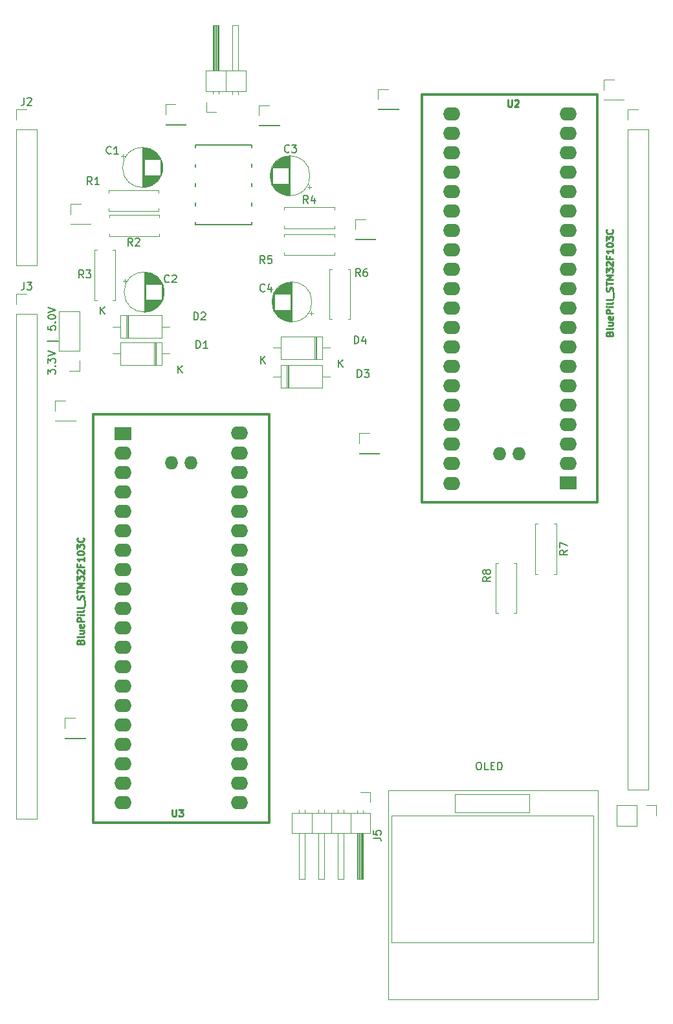
<source format=gbr>
%TF.GenerationSoftware,KiCad,Pcbnew,7.0.5-7.0.5~ubuntu20.04.1*%
%TF.CreationDate,2023-08-07T15:44:03-03:00*%
%TF.ProjectId,condicionamento_BIA_v02,636f6e64-6963-4696-9f6e-616d656e746f,v01*%
%TF.SameCoordinates,Original*%
%TF.FileFunction,Legend,Top*%
%TF.FilePolarity,Positive*%
%FSLAX46Y46*%
G04 Gerber Fmt 4.6, Leading zero omitted, Abs format (unit mm)*
G04 Created by KiCad (PCBNEW 7.0.5-7.0.5~ubuntu20.04.1) date 2023-08-07 15:44:03*
%MOMM*%
%LPD*%
G01*
G04 APERTURE LIST*
%ADD10C,0.150000*%
%ADD11C,0.222250*%
%ADD12C,0.120000*%
%ADD13C,0.304800*%
%ADD14C,0.152400*%
%ADD15R,2.250000X1.727200*%
%ADD16O,2.250000X1.727200*%
%ADD17O,1.727200X1.727200*%
G04 APERTURE END LIST*
D10*
%TO.C,OLED*%
X165747619Y-141204819D02*
X165938095Y-141204819D01*
X165938095Y-141204819D02*
X166033333Y-141252438D01*
X166033333Y-141252438D02*
X166128571Y-141347676D01*
X166128571Y-141347676D02*
X166176190Y-141538152D01*
X166176190Y-141538152D02*
X166176190Y-141871485D01*
X166176190Y-141871485D02*
X166128571Y-142061961D01*
X166128571Y-142061961D02*
X166033333Y-142157200D01*
X166033333Y-142157200D02*
X165938095Y-142204819D01*
X165938095Y-142204819D02*
X165747619Y-142204819D01*
X165747619Y-142204819D02*
X165652381Y-142157200D01*
X165652381Y-142157200D02*
X165557143Y-142061961D01*
X165557143Y-142061961D02*
X165509524Y-141871485D01*
X165509524Y-141871485D02*
X165509524Y-141538152D01*
X165509524Y-141538152D02*
X165557143Y-141347676D01*
X165557143Y-141347676D02*
X165652381Y-141252438D01*
X165652381Y-141252438D02*
X165747619Y-141204819D01*
X167080952Y-142204819D02*
X166604762Y-142204819D01*
X166604762Y-142204819D02*
X166604762Y-141204819D01*
X167414286Y-141681009D02*
X167747619Y-141681009D01*
X167890476Y-142204819D02*
X167414286Y-142204819D01*
X167414286Y-142204819D02*
X167414286Y-141204819D01*
X167414286Y-141204819D02*
X167890476Y-141204819D01*
X168319048Y-142204819D02*
X168319048Y-141204819D01*
X168319048Y-141204819D02*
X168557143Y-141204819D01*
X168557143Y-141204819D02*
X168700000Y-141252438D01*
X168700000Y-141252438D02*
X168795238Y-141347676D01*
X168795238Y-141347676D02*
X168842857Y-141442914D01*
X168842857Y-141442914D02*
X168890476Y-141633390D01*
X168890476Y-141633390D02*
X168890476Y-141776247D01*
X168890476Y-141776247D02*
X168842857Y-141966723D01*
X168842857Y-141966723D02*
X168795238Y-142061961D01*
X168795238Y-142061961D02*
X168700000Y-142157200D01*
X168700000Y-142157200D02*
X168557143Y-142204819D01*
X168557143Y-142204819D02*
X168319048Y-142204819D01*
%TO.C,J5*%
X152044819Y-151118333D02*
X152759104Y-151118333D01*
X152759104Y-151118333D02*
X152901961Y-151165952D01*
X152901961Y-151165952D02*
X152997200Y-151261190D01*
X152997200Y-151261190D02*
X153044819Y-151404047D01*
X153044819Y-151404047D02*
X153044819Y-151499285D01*
X152044819Y-150165952D02*
X152044819Y-150642142D01*
X152044819Y-150642142D02*
X152521009Y-150689761D01*
X152521009Y-150689761D02*
X152473390Y-150642142D01*
X152473390Y-150642142D02*
X152425771Y-150546904D01*
X152425771Y-150546904D02*
X152425771Y-150308809D01*
X152425771Y-150308809D02*
X152473390Y-150213571D01*
X152473390Y-150213571D02*
X152521009Y-150165952D01*
X152521009Y-150165952D02*
X152616247Y-150118333D01*
X152616247Y-150118333D02*
X152854342Y-150118333D01*
X152854342Y-150118333D02*
X152949580Y-150165952D01*
X152949580Y-150165952D02*
X152997200Y-150213571D01*
X152997200Y-150213571D02*
X153044819Y-150308809D01*
X153044819Y-150308809D02*
X153044819Y-150546904D01*
X153044819Y-150546904D02*
X152997200Y-150642142D01*
X152997200Y-150642142D02*
X152949580Y-150689761D01*
%TO.C,C1*%
X117733333Y-61559580D02*
X117685714Y-61607200D01*
X117685714Y-61607200D02*
X117542857Y-61654819D01*
X117542857Y-61654819D02*
X117447619Y-61654819D01*
X117447619Y-61654819D02*
X117304762Y-61607200D01*
X117304762Y-61607200D02*
X117209524Y-61511961D01*
X117209524Y-61511961D02*
X117161905Y-61416723D01*
X117161905Y-61416723D02*
X117114286Y-61226247D01*
X117114286Y-61226247D02*
X117114286Y-61083390D01*
X117114286Y-61083390D02*
X117161905Y-60892914D01*
X117161905Y-60892914D02*
X117209524Y-60797676D01*
X117209524Y-60797676D02*
X117304762Y-60702438D01*
X117304762Y-60702438D02*
X117447619Y-60654819D01*
X117447619Y-60654819D02*
X117542857Y-60654819D01*
X117542857Y-60654819D02*
X117685714Y-60702438D01*
X117685714Y-60702438D02*
X117733333Y-60750057D01*
X118685714Y-61654819D02*
X118114286Y-61654819D01*
X118400000Y-61654819D02*
X118400000Y-60654819D01*
X118400000Y-60654819D02*
X118304762Y-60797676D01*
X118304762Y-60797676D02*
X118209524Y-60892914D01*
X118209524Y-60892914D02*
X118114286Y-60940533D01*
%TO.C,D3*%
X149961905Y-90854819D02*
X149961905Y-89854819D01*
X149961905Y-89854819D02*
X150200000Y-89854819D01*
X150200000Y-89854819D02*
X150342857Y-89902438D01*
X150342857Y-89902438D02*
X150438095Y-89997676D01*
X150438095Y-89997676D02*
X150485714Y-90092914D01*
X150485714Y-90092914D02*
X150533333Y-90283390D01*
X150533333Y-90283390D02*
X150533333Y-90426247D01*
X150533333Y-90426247D02*
X150485714Y-90616723D01*
X150485714Y-90616723D02*
X150438095Y-90711961D01*
X150438095Y-90711961D02*
X150342857Y-90807200D01*
X150342857Y-90807200D02*
X150200000Y-90854819D01*
X150200000Y-90854819D02*
X149961905Y-90854819D01*
X150866667Y-89854819D02*
X151485714Y-89854819D01*
X151485714Y-89854819D02*
X151152381Y-90235771D01*
X151152381Y-90235771D02*
X151295238Y-90235771D01*
X151295238Y-90235771D02*
X151390476Y-90283390D01*
X151390476Y-90283390D02*
X151438095Y-90331009D01*
X151438095Y-90331009D02*
X151485714Y-90426247D01*
X151485714Y-90426247D02*
X151485714Y-90664342D01*
X151485714Y-90664342D02*
X151438095Y-90759580D01*
X151438095Y-90759580D02*
X151390476Y-90807200D01*
X151390476Y-90807200D02*
X151295238Y-90854819D01*
X151295238Y-90854819D02*
X151009524Y-90854819D01*
X151009524Y-90854819D02*
X150914286Y-90807200D01*
X150914286Y-90807200D02*
X150866667Y-90759580D01*
X137328095Y-89104819D02*
X137328095Y-88104819D01*
X137899523Y-89104819D02*
X137470952Y-88533390D01*
X137899523Y-88104819D02*
X137328095Y-88676247D01*
%TO.C,R4*%
X143503333Y-68084819D02*
X143170000Y-67608628D01*
X142931905Y-68084819D02*
X142931905Y-67084819D01*
X142931905Y-67084819D02*
X143312857Y-67084819D01*
X143312857Y-67084819D02*
X143408095Y-67132438D01*
X143408095Y-67132438D02*
X143455714Y-67180057D01*
X143455714Y-67180057D02*
X143503333Y-67275295D01*
X143503333Y-67275295D02*
X143503333Y-67418152D01*
X143503333Y-67418152D02*
X143455714Y-67513390D01*
X143455714Y-67513390D02*
X143408095Y-67561009D01*
X143408095Y-67561009D02*
X143312857Y-67608628D01*
X143312857Y-67608628D02*
X142931905Y-67608628D01*
X144360476Y-67418152D02*
X144360476Y-68084819D01*
X144122381Y-67037200D02*
X143884286Y-67751485D01*
X143884286Y-67751485D02*
X144503333Y-67751485D01*
D11*
%TO.C,U2*%
X169649866Y-54553712D02*
X169649866Y-55273379D01*
X169649866Y-55273379D02*
X169692200Y-55358045D01*
X169692200Y-55358045D02*
X169734533Y-55400379D01*
X169734533Y-55400379D02*
X169819200Y-55442712D01*
X169819200Y-55442712D02*
X169988533Y-55442712D01*
X169988533Y-55442712D02*
X170073200Y-55400379D01*
X170073200Y-55400379D02*
X170115533Y-55358045D01*
X170115533Y-55358045D02*
X170157866Y-55273379D01*
X170157866Y-55273379D02*
X170157866Y-54553712D01*
X170538866Y-54638379D02*
X170581199Y-54596045D01*
X170581199Y-54596045D02*
X170665866Y-54553712D01*
X170665866Y-54553712D02*
X170877533Y-54553712D01*
X170877533Y-54553712D02*
X170962199Y-54596045D01*
X170962199Y-54596045D02*
X171004533Y-54638379D01*
X171004533Y-54638379D02*
X171046866Y-54723045D01*
X171046866Y-54723045D02*
X171046866Y-54807712D01*
X171046866Y-54807712D02*
X171004533Y-54934712D01*
X171004533Y-54934712D02*
X170496533Y-55442712D01*
X170496533Y-55442712D02*
X171046866Y-55442712D01*
X182934045Y-85125167D02*
X182976379Y-84998167D01*
X182976379Y-84998167D02*
X183018712Y-84955833D01*
X183018712Y-84955833D02*
X183103379Y-84913500D01*
X183103379Y-84913500D02*
X183230379Y-84913500D01*
X183230379Y-84913500D02*
X183315045Y-84955833D01*
X183315045Y-84955833D02*
X183357379Y-84998167D01*
X183357379Y-84998167D02*
X183399712Y-85082833D01*
X183399712Y-85082833D02*
X183399712Y-85421500D01*
X183399712Y-85421500D02*
X182510712Y-85421500D01*
X182510712Y-85421500D02*
X182510712Y-85125167D01*
X182510712Y-85125167D02*
X182553045Y-85040500D01*
X182553045Y-85040500D02*
X182595379Y-84998167D01*
X182595379Y-84998167D02*
X182680045Y-84955833D01*
X182680045Y-84955833D02*
X182764712Y-84955833D01*
X182764712Y-84955833D02*
X182849379Y-84998167D01*
X182849379Y-84998167D02*
X182891712Y-85040500D01*
X182891712Y-85040500D02*
X182934045Y-85125167D01*
X182934045Y-85125167D02*
X182934045Y-85421500D01*
X183399712Y-84405500D02*
X183357379Y-84490167D01*
X183357379Y-84490167D02*
X183272712Y-84532500D01*
X183272712Y-84532500D02*
X182510712Y-84532500D01*
X182807045Y-83685833D02*
X183399712Y-83685833D01*
X182807045Y-84066833D02*
X183272712Y-84066833D01*
X183272712Y-84066833D02*
X183357379Y-84024500D01*
X183357379Y-84024500D02*
X183399712Y-83939833D01*
X183399712Y-83939833D02*
X183399712Y-83812833D01*
X183399712Y-83812833D02*
X183357379Y-83728166D01*
X183357379Y-83728166D02*
X183315045Y-83685833D01*
X183357379Y-82923833D02*
X183399712Y-83008500D01*
X183399712Y-83008500D02*
X183399712Y-83177833D01*
X183399712Y-83177833D02*
X183357379Y-83262500D01*
X183357379Y-83262500D02*
X183272712Y-83304833D01*
X183272712Y-83304833D02*
X182934045Y-83304833D01*
X182934045Y-83304833D02*
X182849379Y-83262500D01*
X182849379Y-83262500D02*
X182807045Y-83177833D01*
X182807045Y-83177833D02*
X182807045Y-83008500D01*
X182807045Y-83008500D02*
X182849379Y-82923833D01*
X182849379Y-82923833D02*
X182934045Y-82881500D01*
X182934045Y-82881500D02*
X183018712Y-82881500D01*
X183018712Y-82881500D02*
X183103379Y-83304833D01*
X183399712Y-82500500D02*
X182510712Y-82500500D01*
X182510712Y-82500500D02*
X182510712Y-82161833D01*
X182510712Y-82161833D02*
X182553045Y-82077167D01*
X182553045Y-82077167D02*
X182595379Y-82034833D01*
X182595379Y-82034833D02*
X182680045Y-81992500D01*
X182680045Y-81992500D02*
X182807045Y-81992500D01*
X182807045Y-81992500D02*
X182891712Y-82034833D01*
X182891712Y-82034833D02*
X182934045Y-82077167D01*
X182934045Y-82077167D02*
X182976379Y-82161833D01*
X182976379Y-82161833D02*
X182976379Y-82500500D01*
X183399712Y-81611500D02*
X182807045Y-81611500D01*
X182510712Y-81611500D02*
X182553045Y-81653833D01*
X182553045Y-81653833D02*
X182595379Y-81611500D01*
X182595379Y-81611500D02*
X182553045Y-81569167D01*
X182553045Y-81569167D02*
X182510712Y-81611500D01*
X182510712Y-81611500D02*
X182595379Y-81611500D01*
X183399712Y-81061167D02*
X183357379Y-81145834D01*
X183357379Y-81145834D02*
X183272712Y-81188167D01*
X183272712Y-81188167D02*
X182510712Y-81188167D01*
X183399712Y-80595500D02*
X183357379Y-80680167D01*
X183357379Y-80680167D02*
X183272712Y-80722500D01*
X183272712Y-80722500D02*
X182510712Y-80722500D01*
X183484379Y-80468500D02*
X183484379Y-79791166D01*
X183357379Y-79621833D02*
X183399712Y-79494833D01*
X183399712Y-79494833D02*
X183399712Y-79283167D01*
X183399712Y-79283167D02*
X183357379Y-79198500D01*
X183357379Y-79198500D02*
X183315045Y-79156167D01*
X183315045Y-79156167D02*
X183230379Y-79113833D01*
X183230379Y-79113833D02*
X183145712Y-79113833D01*
X183145712Y-79113833D02*
X183061045Y-79156167D01*
X183061045Y-79156167D02*
X183018712Y-79198500D01*
X183018712Y-79198500D02*
X182976379Y-79283167D01*
X182976379Y-79283167D02*
X182934045Y-79452500D01*
X182934045Y-79452500D02*
X182891712Y-79537167D01*
X182891712Y-79537167D02*
X182849379Y-79579500D01*
X182849379Y-79579500D02*
X182764712Y-79621833D01*
X182764712Y-79621833D02*
X182680045Y-79621833D01*
X182680045Y-79621833D02*
X182595379Y-79579500D01*
X182595379Y-79579500D02*
X182553045Y-79537167D01*
X182553045Y-79537167D02*
X182510712Y-79452500D01*
X182510712Y-79452500D02*
X182510712Y-79240833D01*
X182510712Y-79240833D02*
X182553045Y-79113833D01*
X182510712Y-78859833D02*
X182510712Y-78351833D01*
X183399712Y-78605833D02*
X182510712Y-78605833D01*
X183399712Y-78055500D02*
X182510712Y-78055500D01*
X182510712Y-78055500D02*
X183145712Y-77759167D01*
X183145712Y-77759167D02*
X182510712Y-77462833D01*
X182510712Y-77462833D02*
X183399712Y-77462833D01*
X182510712Y-77124167D02*
X182510712Y-76573833D01*
X182510712Y-76573833D02*
X182849379Y-76870167D01*
X182849379Y-76870167D02*
X182849379Y-76743167D01*
X182849379Y-76743167D02*
X182891712Y-76658500D01*
X182891712Y-76658500D02*
X182934045Y-76616167D01*
X182934045Y-76616167D02*
X183018712Y-76573833D01*
X183018712Y-76573833D02*
X183230379Y-76573833D01*
X183230379Y-76573833D02*
X183315045Y-76616167D01*
X183315045Y-76616167D02*
X183357379Y-76658500D01*
X183357379Y-76658500D02*
X183399712Y-76743167D01*
X183399712Y-76743167D02*
X183399712Y-76997167D01*
X183399712Y-76997167D02*
X183357379Y-77081833D01*
X183357379Y-77081833D02*
X183315045Y-77124167D01*
X182595379Y-76235166D02*
X182553045Y-76192833D01*
X182553045Y-76192833D02*
X182510712Y-76108166D01*
X182510712Y-76108166D02*
X182510712Y-75896500D01*
X182510712Y-75896500D02*
X182553045Y-75811833D01*
X182553045Y-75811833D02*
X182595379Y-75769500D01*
X182595379Y-75769500D02*
X182680045Y-75727166D01*
X182680045Y-75727166D02*
X182764712Y-75727166D01*
X182764712Y-75727166D02*
X182891712Y-75769500D01*
X182891712Y-75769500D02*
X183399712Y-76277500D01*
X183399712Y-76277500D02*
X183399712Y-75727166D01*
X182934045Y-75049833D02*
X182934045Y-75346166D01*
X183399712Y-75346166D02*
X182510712Y-75346166D01*
X182510712Y-75346166D02*
X182510712Y-74922833D01*
X183399712Y-74118499D02*
X183399712Y-74626499D01*
X183399712Y-74372499D02*
X182510712Y-74372499D01*
X182510712Y-74372499D02*
X182637712Y-74457166D01*
X182637712Y-74457166D02*
X182722379Y-74541833D01*
X182722379Y-74541833D02*
X182764712Y-74626499D01*
X182510712Y-73568166D02*
X182510712Y-73483499D01*
X182510712Y-73483499D02*
X182553045Y-73398832D01*
X182553045Y-73398832D02*
X182595379Y-73356499D01*
X182595379Y-73356499D02*
X182680045Y-73314166D01*
X182680045Y-73314166D02*
X182849379Y-73271832D01*
X182849379Y-73271832D02*
X183061045Y-73271832D01*
X183061045Y-73271832D02*
X183230379Y-73314166D01*
X183230379Y-73314166D02*
X183315045Y-73356499D01*
X183315045Y-73356499D02*
X183357379Y-73398832D01*
X183357379Y-73398832D02*
X183399712Y-73483499D01*
X183399712Y-73483499D02*
X183399712Y-73568166D01*
X183399712Y-73568166D02*
X183357379Y-73652832D01*
X183357379Y-73652832D02*
X183315045Y-73695166D01*
X183315045Y-73695166D02*
X183230379Y-73737499D01*
X183230379Y-73737499D02*
X183061045Y-73779832D01*
X183061045Y-73779832D02*
X182849379Y-73779832D01*
X182849379Y-73779832D02*
X182680045Y-73737499D01*
X182680045Y-73737499D02*
X182595379Y-73695166D01*
X182595379Y-73695166D02*
X182553045Y-73652832D01*
X182553045Y-73652832D02*
X182510712Y-73568166D01*
X182510712Y-72975499D02*
X182510712Y-72425165D01*
X182510712Y-72425165D02*
X182849379Y-72721499D01*
X182849379Y-72721499D02*
X182849379Y-72594499D01*
X182849379Y-72594499D02*
X182891712Y-72509832D01*
X182891712Y-72509832D02*
X182934045Y-72467499D01*
X182934045Y-72467499D02*
X183018712Y-72425165D01*
X183018712Y-72425165D02*
X183230379Y-72425165D01*
X183230379Y-72425165D02*
X183315045Y-72467499D01*
X183315045Y-72467499D02*
X183357379Y-72509832D01*
X183357379Y-72509832D02*
X183399712Y-72594499D01*
X183399712Y-72594499D02*
X183399712Y-72848499D01*
X183399712Y-72848499D02*
X183357379Y-72933165D01*
X183357379Y-72933165D02*
X183315045Y-72975499D01*
X183315045Y-71536165D02*
X183357379Y-71578498D01*
X183357379Y-71578498D02*
X183399712Y-71705498D01*
X183399712Y-71705498D02*
X183399712Y-71790165D01*
X183399712Y-71790165D02*
X183357379Y-71917165D01*
X183357379Y-71917165D02*
X183272712Y-72001832D01*
X183272712Y-72001832D02*
X183188045Y-72044165D01*
X183188045Y-72044165D02*
X183018712Y-72086498D01*
X183018712Y-72086498D02*
X182891712Y-72086498D01*
X182891712Y-72086498D02*
X182722379Y-72044165D01*
X182722379Y-72044165D02*
X182637712Y-72001832D01*
X182637712Y-72001832D02*
X182553045Y-71917165D01*
X182553045Y-71917165D02*
X182510712Y-71790165D01*
X182510712Y-71790165D02*
X182510712Y-71705498D01*
X182510712Y-71705498D02*
X182553045Y-71578498D01*
X182553045Y-71578498D02*
X182595379Y-71536165D01*
D10*
%TO.C,R2*%
X120533333Y-73654819D02*
X120200000Y-73178628D01*
X119961905Y-73654819D02*
X119961905Y-72654819D01*
X119961905Y-72654819D02*
X120342857Y-72654819D01*
X120342857Y-72654819D02*
X120438095Y-72702438D01*
X120438095Y-72702438D02*
X120485714Y-72750057D01*
X120485714Y-72750057D02*
X120533333Y-72845295D01*
X120533333Y-72845295D02*
X120533333Y-72988152D01*
X120533333Y-72988152D02*
X120485714Y-73083390D01*
X120485714Y-73083390D02*
X120438095Y-73131009D01*
X120438095Y-73131009D02*
X120342857Y-73178628D01*
X120342857Y-73178628D02*
X119961905Y-73178628D01*
X120914286Y-72750057D02*
X120961905Y-72702438D01*
X120961905Y-72702438D02*
X121057143Y-72654819D01*
X121057143Y-72654819D02*
X121295238Y-72654819D01*
X121295238Y-72654819D02*
X121390476Y-72702438D01*
X121390476Y-72702438D02*
X121438095Y-72750057D01*
X121438095Y-72750057D02*
X121485714Y-72845295D01*
X121485714Y-72845295D02*
X121485714Y-72940533D01*
X121485714Y-72940533D02*
X121438095Y-73083390D01*
X121438095Y-73083390D02*
X120866667Y-73654819D01*
X120866667Y-73654819D02*
X121485714Y-73654819D01*
%TO.C,D4*%
X149561905Y-86454819D02*
X149561905Y-85454819D01*
X149561905Y-85454819D02*
X149800000Y-85454819D01*
X149800000Y-85454819D02*
X149942857Y-85502438D01*
X149942857Y-85502438D02*
X150038095Y-85597676D01*
X150038095Y-85597676D02*
X150085714Y-85692914D01*
X150085714Y-85692914D02*
X150133333Y-85883390D01*
X150133333Y-85883390D02*
X150133333Y-86026247D01*
X150133333Y-86026247D02*
X150085714Y-86216723D01*
X150085714Y-86216723D02*
X150038095Y-86311961D01*
X150038095Y-86311961D02*
X149942857Y-86407200D01*
X149942857Y-86407200D02*
X149800000Y-86454819D01*
X149800000Y-86454819D02*
X149561905Y-86454819D01*
X150990476Y-85788152D02*
X150990476Y-86454819D01*
X150752381Y-85407200D02*
X150514286Y-86121485D01*
X150514286Y-86121485D02*
X151133333Y-86121485D01*
X147488095Y-89554819D02*
X147488095Y-88554819D01*
X148059523Y-89554819D02*
X147630952Y-88983390D01*
X148059523Y-88554819D02*
X147488095Y-89126247D01*
%TO.C,C4*%
X137833333Y-79559580D02*
X137785714Y-79607200D01*
X137785714Y-79607200D02*
X137642857Y-79654819D01*
X137642857Y-79654819D02*
X137547619Y-79654819D01*
X137547619Y-79654819D02*
X137404762Y-79607200D01*
X137404762Y-79607200D02*
X137309524Y-79511961D01*
X137309524Y-79511961D02*
X137261905Y-79416723D01*
X137261905Y-79416723D02*
X137214286Y-79226247D01*
X137214286Y-79226247D02*
X137214286Y-79083390D01*
X137214286Y-79083390D02*
X137261905Y-78892914D01*
X137261905Y-78892914D02*
X137309524Y-78797676D01*
X137309524Y-78797676D02*
X137404762Y-78702438D01*
X137404762Y-78702438D02*
X137547619Y-78654819D01*
X137547619Y-78654819D02*
X137642857Y-78654819D01*
X137642857Y-78654819D02*
X137785714Y-78702438D01*
X137785714Y-78702438D02*
X137833333Y-78750057D01*
X138690476Y-78988152D02*
X138690476Y-79654819D01*
X138452381Y-78607200D02*
X138214286Y-79321485D01*
X138214286Y-79321485D02*
X138833333Y-79321485D01*
%TO.C,D2*%
X128561905Y-83354819D02*
X128561905Y-82354819D01*
X128561905Y-82354819D02*
X128800000Y-82354819D01*
X128800000Y-82354819D02*
X128942857Y-82402438D01*
X128942857Y-82402438D02*
X129038095Y-82497676D01*
X129038095Y-82497676D02*
X129085714Y-82592914D01*
X129085714Y-82592914D02*
X129133333Y-82783390D01*
X129133333Y-82783390D02*
X129133333Y-82926247D01*
X129133333Y-82926247D02*
X129085714Y-83116723D01*
X129085714Y-83116723D02*
X129038095Y-83211961D01*
X129038095Y-83211961D02*
X128942857Y-83307200D01*
X128942857Y-83307200D02*
X128800000Y-83354819D01*
X128800000Y-83354819D02*
X128561905Y-83354819D01*
X129514286Y-82450057D02*
X129561905Y-82402438D01*
X129561905Y-82402438D02*
X129657143Y-82354819D01*
X129657143Y-82354819D02*
X129895238Y-82354819D01*
X129895238Y-82354819D02*
X129990476Y-82402438D01*
X129990476Y-82402438D02*
X130038095Y-82450057D01*
X130038095Y-82450057D02*
X130085714Y-82545295D01*
X130085714Y-82545295D02*
X130085714Y-82640533D01*
X130085714Y-82640533D02*
X130038095Y-82783390D01*
X130038095Y-82783390D02*
X129466667Y-83354819D01*
X129466667Y-83354819D02*
X130085714Y-83354819D01*
X116328095Y-82604819D02*
X116328095Y-81604819D01*
X116899523Y-82604819D02*
X116470952Y-82033390D01*
X116899523Y-81604819D02*
X116328095Y-82176247D01*
%TO.C,C3*%
X141033333Y-61359580D02*
X140985714Y-61407200D01*
X140985714Y-61407200D02*
X140842857Y-61454819D01*
X140842857Y-61454819D02*
X140747619Y-61454819D01*
X140747619Y-61454819D02*
X140604762Y-61407200D01*
X140604762Y-61407200D02*
X140509524Y-61311961D01*
X140509524Y-61311961D02*
X140461905Y-61216723D01*
X140461905Y-61216723D02*
X140414286Y-61026247D01*
X140414286Y-61026247D02*
X140414286Y-60883390D01*
X140414286Y-60883390D02*
X140461905Y-60692914D01*
X140461905Y-60692914D02*
X140509524Y-60597676D01*
X140509524Y-60597676D02*
X140604762Y-60502438D01*
X140604762Y-60502438D02*
X140747619Y-60454819D01*
X140747619Y-60454819D02*
X140842857Y-60454819D01*
X140842857Y-60454819D02*
X140985714Y-60502438D01*
X140985714Y-60502438D02*
X141033333Y-60550057D01*
X141366667Y-60454819D02*
X141985714Y-60454819D01*
X141985714Y-60454819D02*
X141652381Y-60835771D01*
X141652381Y-60835771D02*
X141795238Y-60835771D01*
X141795238Y-60835771D02*
X141890476Y-60883390D01*
X141890476Y-60883390D02*
X141938095Y-60931009D01*
X141938095Y-60931009D02*
X141985714Y-61026247D01*
X141985714Y-61026247D02*
X141985714Y-61264342D01*
X141985714Y-61264342D02*
X141938095Y-61359580D01*
X141938095Y-61359580D02*
X141890476Y-61407200D01*
X141890476Y-61407200D02*
X141795238Y-61454819D01*
X141795238Y-61454819D02*
X141509524Y-61454819D01*
X141509524Y-61454819D02*
X141414286Y-61407200D01*
X141414286Y-61407200D02*
X141366667Y-61359580D01*
%TO.C,J2*%
X106346666Y-54274819D02*
X106346666Y-54989104D01*
X106346666Y-54989104D02*
X106299047Y-55131961D01*
X106299047Y-55131961D02*
X106203809Y-55227200D01*
X106203809Y-55227200D02*
X106060952Y-55274819D01*
X106060952Y-55274819D02*
X105965714Y-55274819D01*
X106775238Y-54370057D02*
X106822857Y-54322438D01*
X106822857Y-54322438D02*
X106918095Y-54274819D01*
X106918095Y-54274819D02*
X107156190Y-54274819D01*
X107156190Y-54274819D02*
X107251428Y-54322438D01*
X107251428Y-54322438D02*
X107299047Y-54370057D01*
X107299047Y-54370057D02*
X107346666Y-54465295D01*
X107346666Y-54465295D02*
X107346666Y-54560533D01*
X107346666Y-54560533D02*
X107299047Y-54703390D01*
X107299047Y-54703390D02*
X106727619Y-55274819D01*
X106727619Y-55274819D02*
X107346666Y-55274819D01*
%TO.C,J3*%
X106346666Y-78404819D02*
X106346666Y-79119104D01*
X106346666Y-79119104D02*
X106299047Y-79261961D01*
X106299047Y-79261961D02*
X106203809Y-79357200D01*
X106203809Y-79357200D02*
X106060952Y-79404819D01*
X106060952Y-79404819D02*
X105965714Y-79404819D01*
X106727619Y-78404819D02*
X107346666Y-78404819D01*
X107346666Y-78404819D02*
X107013333Y-78785771D01*
X107013333Y-78785771D02*
X107156190Y-78785771D01*
X107156190Y-78785771D02*
X107251428Y-78833390D01*
X107251428Y-78833390D02*
X107299047Y-78881009D01*
X107299047Y-78881009D02*
X107346666Y-78976247D01*
X107346666Y-78976247D02*
X107346666Y-79214342D01*
X107346666Y-79214342D02*
X107299047Y-79309580D01*
X107299047Y-79309580D02*
X107251428Y-79357200D01*
X107251428Y-79357200D02*
X107156190Y-79404819D01*
X107156190Y-79404819D02*
X106870476Y-79404819D01*
X106870476Y-79404819D02*
X106775238Y-79357200D01*
X106775238Y-79357200D02*
X106727619Y-79309580D01*
%TO.C,R3*%
X114133333Y-77854819D02*
X113800000Y-77378628D01*
X113561905Y-77854819D02*
X113561905Y-76854819D01*
X113561905Y-76854819D02*
X113942857Y-76854819D01*
X113942857Y-76854819D02*
X114038095Y-76902438D01*
X114038095Y-76902438D02*
X114085714Y-76950057D01*
X114085714Y-76950057D02*
X114133333Y-77045295D01*
X114133333Y-77045295D02*
X114133333Y-77188152D01*
X114133333Y-77188152D02*
X114085714Y-77283390D01*
X114085714Y-77283390D02*
X114038095Y-77331009D01*
X114038095Y-77331009D02*
X113942857Y-77378628D01*
X113942857Y-77378628D02*
X113561905Y-77378628D01*
X114466667Y-76854819D02*
X115085714Y-76854819D01*
X115085714Y-76854819D02*
X114752381Y-77235771D01*
X114752381Y-77235771D02*
X114895238Y-77235771D01*
X114895238Y-77235771D02*
X114990476Y-77283390D01*
X114990476Y-77283390D02*
X115038095Y-77331009D01*
X115038095Y-77331009D02*
X115085714Y-77426247D01*
X115085714Y-77426247D02*
X115085714Y-77664342D01*
X115085714Y-77664342D02*
X115038095Y-77759580D01*
X115038095Y-77759580D02*
X114990476Y-77807200D01*
X114990476Y-77807200D02*
X114895238Y-77854819D01*
X114895238Y-77854819D02*
X114609524Y-77854819D01*
X114609524Y-77854819D02*
X114514286Y-77807200D01*
X114514286Y-77807200D02*
X114466667Y-77759580D01*
%TO.C,D1*%
X128861905Y-87054819D02*
X128861905Y-86054819D01*
X128861905Y-86054819D02*
X129100000Y-86054819D01*
X129100000Y-86054819D02*
X129242857Y-86102438D01*
X129242857Y-86102438D02*
X129338095Y-86197676D01*
X129338095Y-86197676D02*
X129385714Y-86292914D01*
X129385714Y-86292914D02*
X129433333Y-86483390D01*
X129433333Y-86483390D02*
X129433333Y-86626247D01*
X129433333Y-86626247D02*
X129385714Y-86816723D01*
X129385714Y-86816723D02*
X129338095Y-86911961D01*
X129338095Y-86911961D02*
X129242857Y-87007200D01*
X129242857Y-87007200D02*
X129100000Y-87054819D01*
X129100000Y-87054819D02*
X128861905Y-87054819D01*
X130385714Y-87054819D02*
X129814286Y-87054819D01*
X130100000Y-87054819D02*
X130100000Y-86054819D01*
X130100000Y-86054819D02*
X130004762Y-86197676D01*
X130004762Y-86197676D02*
X129909524Y-86292914D01*
X129909524Y-86292914D02*
X129814286Y-86340533D01*
X126488095Y-90304819D02*
X126488095Y-89304819D01*
X127059523Y-90304819D02*
X126630952Y-89733390D01*
X127059523Y-89304819D02*
X126488095Y-89876247D01*
%TO.C,R8*%
X167354819Y-116966666D02*
X166878628Y-117299999D01*
X167354819Y-117538094D02*
X166354819Y-117538094D01*
X166354819Y-117538094D02*
X166354819Y-117157142D01*
X166354819Y-117157142D02*
X166402438Y-117061904D01*
X166402438Y-117061904D02*
X166450057Y-117014285D01*
X166450057Y-117014285D02*
X166545295Y-116966666D01*
X166545295Y-116966666D02*
X166688152Y-116966666D01*
X166688152Y-116966666D02*
X166783390Y-117014285D01*
X166783390Y-117014285D02*
X166831009Y-117061904D01*
X166831009Y-117061904D02*
X166878628Y-117157142D01*
X166878628Y-117157142D02*
X166878628Y-117538094D01*
X166783390Y-116395237D02*
X166735771Y-116490475D01*
X166735771Y-116490475D02*
X166688152Y-116538094D01*
X166688152Y-116538094D02*
X166592914Y-116585713D01*
X166592914Y-116585713D02*
X166545295Y-116585713D01*
X166545295Y-116585713D02*
X166450057Y-116538094D01*
X166450057Y-116538094D02*
X166402438Y-116490475D01*
X166402438Y-116490475D02*
X166354819Y-116395237D01*
X166354819Y-116395237D02*
X166354819Y-116204761D01*
X166354819Y-116204761D02*
X166402438Y-116109523D01*
X166402438Y-116109523D02*
X166450057Y-116061904D01*
X166450057Y-116061904D02*
X166545295Y-116014285D01*
X166545295Y-116014285D02*
X166592914Y-116014285D01*
X166592914Y-116014285D02*
X166688152Y-116061904D01*
X166688152Y-116061904D02*
X166735771Y-116109523D01*
X166735771Y-116109523D02*
X166783390Y-116204761D01*
X166783390Y-116204761D02*
X166783390Y-116395237D01*
X166783390Y-116395237D02*
X166831009Y-116490475D01*
X166831009Y-116490475D02*
X166878628Y-116538094D01*
X166878628Y-116538094D02*
X166973866Y-116585713D01*
X166973866Y-116585713D02*
X167164342Y-116585713D01*
X167164342Y-116585713D02*
X167259580Y-116538094D01*
X167259580Y-116538094D02*
X167307200Y-116490475D01*
X167307200Y-116490475D02*
X167354819Y-116395237D01*
X167354819Y-116395237D02*
X167354819Y-116204761D01*
X167354819Y-116204761D02*
X167307200Y-116109523D01*
X167307200Y-116109523D02*
X167259580Y-116061904D01*
X167259580Y-116061904D02*
X167164342Y-116014285D01*
X167164342Y-116014285D02*
X166973866Y-116014285D01*
X166973866Y-116014285D02*
X166878628Y-116061904D01*
X166878628Y-116061904D02*
X166831009Y-116109523D01*
X166831009Y-116109523D02*
X166783390Y-116204761D01*
%TO.C,R6*%
X150333333Y-77654819D02*
X150000000Y-77178628D01*
X149761905Y-77654819D02*
X149761905Y-76654819D01*
X149761905Y-76654819D02*
X150142857Y-76654819D01*
X150142857Y-76654819D02*
X150238095Y-76702438D01*
X150238095Y-76702438D02*
X150285714Y-76750057D01*
X150285714Y-76750057D02*
X150333333Y-76845295D01*
X150333333Y-76845295D02*
X150333333Y-76988152D01*
X150333333Y-76988152D02*
X150285714Y-77083390D01*
X150285714Y-77083390D02*
X150238095Y-77131009D01*
X150238095Y-77131009D02*
X150142857Y-77178628D01*
X150142857Y-77178628D02*
X149761905Y-77178628D01*
X151190476Y-76654819D02*
X151000000Y-76654819D01*
X151000000Y-76654819D02*
X150904762Y-76702438D01*
X150904762Y-76702438D02*
X150857143Y-76750057D01*
X150857143Y-76750057D02*
X150761905Y-76892914D01*
X150761905Y-76892914D02*
X150714286Y-77083390D01*
X150714286Y-77083390D02*
X150714286Y-77464342D01*
X150714286Y-77464342D02*
X150761905Y-77559580D01*
X150761905Y-77559580D02*
X150809524Y-77607200D01*
X150809524Y-77607200D02*
X150904762Y-77654819D01*
X150904762Y-77654819D02*
X151095238Y-77654819D01*
X151095238Y-77654819D02*
X151190476Y-77607200D01*
X151190476Y-77607200D02*
X151238095Y-77559580D01*
X151238095Y-77559580D02*
X151285714Y-77464342D01*
X151285714Y-77464342D02*
X151285714Y-77226247D01*
X151285714Y-77226247D02*
X151238095Y-77131009D01*
X151238095Y-77131009D02*
X151190476Y-77083390D01*
X151190476Y-77083390D02*
X151095238Y-77035771D01*
X151095238Y-77035771D02*
X150904762Y-77035771D01*
X150904762Y-77035771D02*
X150809524Y-77083390D01*
X150809524Y-77083390D02*
X150761905Y-77131009D01*
X150761905Y-77131009D02*
X150714286Y-77226247D01*
%TO.C,3.3V | 5.0V*%
X109454819Y-90433332D02*
X109454819Y-89814285D01*
X109454819Y-89814285D02*
X109835771Y-90147618D01*
X109835771Y-90147618D02*
X109835771Y-90004761D01*
X109835771Y-90004761D02*
X109883390Y-89909523D01*
X109883390Y-89909523D02*
X109931009Y-89861904D01*
X109931009Y-89861904D02*
X110026247Y-89814285D01*
X110026247Y-89814285D02*
X110264342Y-89814285D01*
X110264342Y-89814285D02*
X110359580Y-89861904D01*
X110359580Y-89861904D02*
X110407200Y-89909523D01*
X110407200Y-89909523D02*
X110454819Y-90004761D01*
X110454819Y-90004761D02*
X110454819Y-90290475D01*
X110454819Y-90290475D02*
X110407200Y-90385713D01*
X110407200Y-90385713D02*
X110359580Y-90433332D01*
X110359580Y-89385713D02*
X110407200Y-89338094D01*
X110407200Y-89338094D02*
X110454819Y-89385713D01*
X110454819Y-89385713D02*
X110407200Y-89433332D01*
X110407200Y-89433332D02*
X110359580Y-89385713D01*
X110359580Y-89385713D02*
X110454819Y-89385713D01*
X109454819Y-89004761D02*
X109454819Y-88385714D01*
X109454819Y-88385714D02*
X109835771Y-88719047D01*
X109835771Y-88719047D02*
X109835771Y-88576190D01*
X109835771Y-88576190D02*
X109883390Y-88480952D01*
X109883390Y-88480952D02*
X109931009Y-88433333D01*
X109931009Y-88433333D02*
X110026247Y-88385714D01*
X110026247Y-88385714D02*
X110264342Y-88385714D01*
X110264342Y-88385714D02*
X110359580Y-88433333D01*
X110359580Y-88433333D02*
X110407200Y-88480952D01*
X110407200Y-88480952D02*
X110454819Y-88576190D01*
X110454819Y-88576190D02*
X110454819Y-88861904D01*
X110454819Y-88861904D02*
X110407200Y-88957142D01*
X110407200Y-88957142D02*
X110359580Y-89004761D01*
X109454819Y-88099999D02*
X110454819Y-87766666D01*
X110454819Y-87766666D02*
X109454819Y-87433333D01*
X110788152Y-86099999D02*
X109359580Y-86099999D01*
X109454819Y-84147618D02*
X109454819Y-84623808D01*
X109454819Y-84623808D02*
X109931009Y-84671427D01*
X109931009Y-84671427D02*
X109883390Y-84623808D01*
X109883390Y-84623808D02*
X109835771Y-84528570D01*
X109835771Y-84528570D02*
X109835771Y-84290475D01*
X109835771Y-84290475D02*
X109883390Y-84195237D01*
X109883390Y-84195237D02*
X109931009Y-84147618D01*
X109931009Y-84147618D02*
X110026247Y-84099999D01*
X110026247Y-84099999D02*
X110264342Y-84099999D01*
X110264342Y-84099999D02*
X110359580Y-84147618D01*
X110359580Y-84147618D02*
X110407200Y-84195237D01*
X110407200Y-84195237D02*
X110454819Y-84290475D01*
X110454819Y-84290475D02*
X110454819Y-84528570D01*
X110454819Y-84528570D02*
X110407200Y-84623808D01*
X110407200Y-84623808D02*
X110359580Y-84671427D01*
X110359580Y-83671427D02*
X110407200Y-83623808D01*
X110407200Y-83623808D02*
X110454819Y-83671427D01*
X110454819Y-83671427D02*
X110407200Y-83719046D01*
X110407200Y-83719046D02*
X110359580Y-83671427D01*
X110359580Y-83671427D02*
X110454819Y-83671427D01*
X109454819Y-83004761D02*
X109454819Y-82909523D01*
X109454819Y-82909523D02*
X109502438Y-82814285D01*
X109502438Y-82814285D02*
X109550057Y-82766666D01*
X109550057Y-82766666D02*
X109645295Y-82719047D01*
X109645295Y-82719047D02*
X109835771Y-82671428D01*
X109835771Y-82671428D02*
X110073866Y-82671428D01*
X110073866Y-82671428D02*
X110264342Y-82719047D01*
X110264342Y-82719047D02*
X110359580Y-82766666D01*
X110359580Y-82766666D02*
X110407200Y-82814285D01*
X110407200Y-82814285D02*
X110454819Y-82909523D01*
X110454819Y-82909523D02*
X110454819Y-83004761D01*
X110454819Y-83004761D02*
X110407200Y-83099999D01*
X110407200Y-83099999D02*
X110359580Y-83147618D01*
X110359580Y-83147618D02*
X110264342Y-83195237D01*
X110264342Y-83195237D02*
X110073866Y-83242856D01*
X110073866Y-83242856D02*
X109835771Y-83242856D01*
X109835771Y-83242856D02*
X109645295Y-83195237D01*
X109645295Y-83195237D02*
X109550057Y-83147618D01*
X109550057Y-83147618D02*
X109502438Y-83099999D01*
X109502438Y-83099999D02*
X109454819Y-83004761D01*
X109454819Y-82385713D02*
X110454819Y-82052380D01*
X110454819Y-82052380D02*
X109454819Y-81719047D01*
%TO.C,R1*%
X115233333Y-65654819D02*
X114900000Y-65178628D01*
X114661905Y-65654819D02*
X114661905Y-64654819D01*
X114661905Y-64654819D02*
X115042857Y-64654819D01*
X115042857Y-64654819D02*
X115138095Y-64702438D01*
X115138095Y-64702438D02*
X115185714Y-64750057D01*
X115185714Y-64750057D02*
X115233333Y-64845295D01*
X115233333Y-64845295D02*
X115233333Y-64988152D01*
X115233333Y-64988152D02*
X115185714Y-65083390D01*
X115185714Y-65083390D02*
X115138095Y-65131009D01*
X115138095Y-65131009D02*
X115042857Y-65178628D01*
X115042857Y-65178628D02*
X114661905Y-65178628D01*
X116185714Y-65654819D02*
X115614286Y-65654819D01*
X115900000Y-65654819D02*
X115900000Y-64654819D01*
X115900000Y-64654819D02*
X115804762Y-64797676D01*
X115804762Y-64797676D02*
X115709524Y-64892914D01*
X115709524Y-64892914D02*
X115614286Y-64940533D01*
%TO.C,R7*%
X177424819Y-113476666D02*
X176948628Y-113809999D01*
X177424819Y-114048094D02*
X176424819Y-114048094D01*
X176424819Y-114048094D02*
X176424819Y-113667142D01*
X176424819Y-113667142D02*
X176472438Y-113571904D01*
X176472438Y-113571904D02*
X176520057Y-113524285D01*
X176520057Y-113524285D02*
X176615295Y-113476666D01*
X176615295Y-113476666D02*
X176758152Y-113476666D01*
X176758152Y-113476666D02*
X176853390Y-113524285D01*
X176853390Y-113524285D02*
X176901009Y-113571904D01*
X176901009Y-113571904D02*
X176948628Y-113667142D01*
X176948628Y-113667142D02*
X176948628Y-114048094D01*
X176424819Y-113143332D02*
X176424819Y-112476666D01*
X176424819Y-112476666D02*
X177424819Y-112905237D01*
%TO.C,R5*%
X137833333Y-75954819D02*
X137500000Y-75478628D01*
X137261905Y-75954819D02*
X137261905Y-74954819D01*
X137261905Y-74954819D02*
X137642857Y-74954819D01*
X137642857Y-74954819D02*
X137738095Y-75002438D01*
X137738095Y-75002438D02*
X137785714Y-75050057D01*
X137785714Y-75050057D02*
X137833333Y-75145295D01*
X137833333Y-75145295D02*
X137833333Y-75288152D01*
X137833333Y-75288152D02*
X137785714Y-75383390D01*
X137785714Y-75383390D02*
X137738095Y-75431009D01*
X137738095Y-75431009D02*
X137642857Y-75478628D01*
X137642857Y-75478628D02*
X137261905Y-75478628D01*
X138738095Y-74954819D02*
X138261905Y-74954819D01*
X138261905Y-74954819D02*
X138214286Y-75431009D01*
X138214286Y-75431009D02*
X138261905Y-75383390D01*
X138261905Y-75383390D02*
X138357143Y-75335771D01*
X138357143Y-75335771D02*
X138595238Y-75335771D01*
X138595238Y-75335771D02*
X138690476Y-75383390D01*
X138690476Y-75383390D02*
X138738095Y-75431009D01*
X138738095Y-75431009D02*
X138785714Y-75526247D01*
X138785714Y-75526247D02*
X138785714Y-75764342D01*
X138785714Y-75764342D02*
X138738095Y-75859580D01*
X138738095Y-75859580D02*
X138690476Y-75907200D01*
X138690476Y-75907200D02*
X138595238Y-75954819D01*
X138595238Y-75954819D02*
X138357143Y-75954819D01*
X138357143Y-75954819D02*
X138261905Y-75907200D01*
X138261905Y-75907200D02*
X138214286Y-75859580D01*
D11*
%TO.C,U3*%
X125745466Y-147397712D02*
X125745466Y-148117379D01*
X125745466Y-148117379D02*
X125787800Y-148202045D01*
X125787800Y-148202045D02*
X125830133Y-148244379D01*
X125830133Y-148244379D02*
X125914800Y-148286712D01*
X125914800Y-148286712D02*
X126084133Y-148286712D01*
X126084133Y-148286712D02*
X126168800Y-148244379D01*
X126168800Y-148244379D02*
X126211133Y-148202045D01*
X126211133Y-148202045D02*
X126253466Y-148117379D01*
X126253466Y-148117379D02*
X126253466Y-147397712D01*
X126592133Y-147397712D02*
X127142466Y-147397712D01*
X127142466Y-147397712D02*
X126846133Y-147736379D01*
X126846133Y-147736379D02*
X126973133Y-147736379D01*
X126973133Y-147736379D02*
X127057799Y-147778712D01*
X127057799Y-147778712D02*
X127100133Y-147821045D01*
X127100133Y-147821045D02*
X127142466Y-147905712D01*
X127142466Y-147905712D02*
X127142466Y-148117379D01*
X127142466Y-148117379D02*
X127100133Y-148202045D01*
X127100133Y-148202045D02*
X127057799Y-148244379D01*
X127057799Y-148244379D02*
X126973133Y-148286712D01*
X126973133Y-148286712D02*
X126719133Y-148286712D01*
X126719133Y-148286712D02*
X126634466Y-148244379D01*
X126634466Y-148244379D02*
X126592133Y-148202045D01*
X113734045Y-125425167D02*
X113776379Y-125298167D01*
X113776379Y-125298167D02*
X113818712Y-125255833D01*
X113818712Y-125255833D02*
X113903379Y-125213500D01*
X113903379Y-125213500D02*
X114030379Y-125213500D01*
X114030379Y-125213500D02*
X114115045Y-125255833D01*
X114115045Y-125255833D02*
X114157379Y-125298167D01*
X114157379Y-125298167D02*
X114199712Y-125382833D01*
X114199712Y-125382833D02*
X114199712Y-125721500D01*
X114199712Y-125721500D02*
X113310712Y-125721500D01*
X113310712Y-125721500D02*
X113310712Y-125425167D01*
X113310712Y-125425167D02*
X113353045Y-125340500D01*
X113353045Y-125340500D02*
X113395379Y-125298167D01*
X113395379Y-125298167D02*
X113480045Y-125255833D01*
X113480045Y-125255833D02*
X113564712Y-125255833D01*
X113564712Y-125255833D02*
X113649379Y-125298167D01*
X113649379Y-125298167D02*
X113691712Y-125340500D01*
X113691712Y-125340500D02*
X113734045Y-125425167D01*
X113734045Y-125425167D02*
X113734045Y-125721500D01*
X114199712Y-124705500D02*
X114157379Y-124790167D01*
X114157379Y-124790167D02*
X114072712Y-124832500D01*
X114072712Y-124832500D02*
X113310712Y-124832500D01*
X113607045Y-123985833D02*
X114199712Y-123985833D01*
X113607045Y-124366833D02*
X114072712Y-124366833D01*
X114072712Y-124366833D02*
X114157379Y-124324500D01*
X114157379Y-124324500D02*
X114199712Y-124239833D01*
X114199712Y-124239833D02*
X114199712Y-124112833D01*
X114199712Y-124112833D02*
X114157379Y-124028166D01*
X114157379Y-124028166D02*
X114115045Y-123985833D01*
X114157379Y-123223833D02*
X114199712Y-123308500D01*
X114199712Y-123308500D02*
X114199712Y-123477833D01*
X114199712Y-123477833D02*
X114157379Y-123562500D01*
X114157379Y-123562500D02*
X114072712Y-123604833D01*
X114072712Y-123604833D02*
X113734045Y-123604833D01*
X113734045Y-123604833D02*
X113649379Y-123562500D01*
X113649379Y-123562500D02*
X113607045Y-123477833D01*
X113607045Y-123477833D02*
X113607045Y-123308500D01*
X113607045Y-123308500D02*
X113649379Y-123223833D01*
X113649379Y-123223833D02*
X113734045Y-123181500D01*
X113734045Y-123181500D02*
X113818712Y-123181500D01*
X113818712Y-123181500D02*
X113903379Y-123604833D01*
X114199712Y-122800500D02*
X113310712Y-122800500D01*
X113310712Y-122800500D02*
X113310712Y-122461833D01*
X113310712Y-122461833D02*
X113353045Y-122377167D01*
X113353045Y-122377167D02*
X113395379Y-122334833D01*
X113395379Y-122334833D02*
X113480045Y-122292500D01*
X113480045Y-122292500D02*
X113607045Y-122292500D01*
X113607045Y-122292500D02*
X113691712Y-122334833D01*
X113691712Y-122334833D02*
X113734045Y-122377167D01*
X113734045Y-122377167D02*
X113776379Y-122461833D01*
X113776379Y-122461833D02*
X113776379Y-122800500D01*
X114199712Y-121911500D02*
X113607045Y-121911500D01*
X113310712Y-121911500D02*
X113353045Y-121953833D01*
X113353045Y-121953833D02*
X113395379Y-121911500D01*
X113395379Y-121911500D02*
X113353045Y-121869167D01*
X113353045Y-121869167D02*
X113310712Y-121911500D01*
X113310712Y-121911500D02*
X113395379Y-121911500D01*
X114199712Y-121361167D02*
X114157379Y-121445834D01*
X114157379Y-121445834D02*
X114072712Y-121488167D01*
X114072712Y-121488167D02*
X113310712Y-121488167D01*
X114199712Y-120895500D02*
X114157379Y-120980167D01*
X114157379Y-120980167D02*
X114072712Y-121022500D01*
X114072712Y-121022500D02*
X113310712Y-121022500D01*
X114284379Y-120768500D02*
X114284379Y-120091166D01*
X114157379Y-119921833D02*
X114199712Y-119794833D01*
X114199712Y-119794833D02*
X114199712Y-119583167D01*
X114199712Y-119583167D02*
X114157379Y-119498500D01*
X114157379Y-119498500D02*
X114115045Y-119456167D01*
X114115045Y-119456167D02*
X114030379Y-119413833D01*
X114030379Y-119413833D02*
X113945712Y-119413833D01*
X113945712Y-119413833D02*
X113861045Y-119456167D01*
X113861045Y-119456167D02*
X113818712Y-119498500D01*
X113818712Y-119498500D02*
X113776379Y-119583167D01*
X113776379Y-119583167D02*
X113734045Y-119752500D01*
X113734045Y-119752500D02*
X113691712Y-119837167D01*
X113691712Y-119837167D02*
X113649379Y-119879500D01*
X113649379Y-119879500D02*
X113564712Y-119921833D01*
X113564712Y-119921833D02*
X113480045Y-119921833D01*
X113480045Y-119921833D02*
X113395379Y-119879500D01*
X113395379Y-119879500D02*
X113353045Y-119837167D01*
X113353045Y-119837167D02*
X113310712Y-119752500D01*
X113310712Y-119752500D02*
X113310712Y-119540833D01*
X113310712Y-119540833D02*
X113353045Y-119413833D01*
X113310712Y-119159833D02*
X113310712Y-118651833D01*
X114199712Y-118905833D02*
X113310712Y-118905833D01*
X114199712Y-118355500D02*
X113310712Y-118355500D01*
X113310712Y-118355500D02*
X113945712Y-118059167D01*
X113945712Y-118059167D02*
X113310712Y-117762833D01*
X113310712Y-117762833D02*
X114199712Y-117762833D01*
X113310712Y-117424167D02*
X113310712Y-116873833D01*
X113310712Y-116873833D02*
X113649379Y-117170167D01*
X113649379Y-117170167D02*
X113649379Y-117043167D01*
X113649379Y-117043167D02*
X113691712Y-116958500D01*
X113691712Y-116958500D02*
X113734045Y-116916167D01*
X113734045Y-116916167D02*
X113818712Y-116873833D01*
X113818712Y-116873833D02*
X114030379Y-116873833D01*
X114030379Y-116873833D02*
X114115045Y-116916167D01*
X114115045Y-116916167D02*
X114157379Y-116958500D01*
X114157379Y-116958500D02*
X114199712Y-117043167D01*
X114199712Y-117043167D02*
X114199712Y-117297167D01*
X114199712Y-117297167D02*
X114157379Y-117381833D01*
X114157379Y-117381833D02*
X114115045Y-117424167D01*
X113395379Y-116535166D02*
X113353045Y-116492833D01*
X113353045Y-116492833D02*
X113310712Y-116408166D01*
X113310712Y-116408166D02*
X113310712Y-116196500D01*
X113310712Y-116196500D02*
X113353045Y-116111833D01*
X113353045Y-116111833D02*
X113395379Y-116069500D01*
X113395379Y-116069500D02*
X113480045Y-116027166D01*
X113480045Y-116027166D02*
X113564712Y-116027166D01*
X113564712Y-116027166D02*
X113691712Y-116069500D01*
X113691712Y-116069500D02*
X114199712Y-116577500D01*
X114199712Y-116577500D02*
X114199712Y-116027166D01*
X113734045Y-115349833D02*
X113734045Y-115646166D01*
X114199712Y-115646166D02*
X113310712Y-115646166D01*
X113310712Y-115646166D02*
X113310712Y-115222833D01*
X114199712Y-114418499D02*
X114199712Y-114926499D01*
X114199712Y-114672499D02*
X113310712Y-114672499D01*
X113310712Y-114672499D02*
X113437712Y-114757166D01*
X113437712Y-114757166D02*
X113522379Y-114841833D01*
X113522379Y-114841833D02*
X113564712Y-114926499D01*
X113310712Y-113868166D02*
X113310712Y-113783499D01*
X113310712Y-113783499D02*
X113353045Y-113698832D01*
X113353045Y-113698832D02*
X113395379Y-113656499D01*
X113395379Y-113656499D02*
X113480045Y-113614166D01*
X113480045Y-113614166D02*
X113649379Y-113571832D01*
X113649379Y-113571832D02*
X113861045Y-113571832D01*
X113861045Y-113571832D02*
X114030379Y-113614166D01*
X114030379Y-113614166D02*
X114115045Y-113656499D01*
X114115045Y-113656499D02*
X114157379Y-113698832D01*
X114157379Y-113698832D02*
X114199712Y-113783499D01*
X114199712Y-113783499D02*
X114199712Y-113868166D01*
X114199712Y-113868166D02*
X114157379Y-113952832D01*
X114157379Y-113952832D02*
X114115045Y-113995166D01*
X114115045Y-113995166D02*
X114030379Y-114037499D01*
X114030379Y-114037499D02*
X113861045Y-114079832D01*
X113861045Y-114079832D02*
X113649379Y-114079832D01*
X113649379Y-114079832D02*
X113480045Y-114037499D01*
X113480045Y-114037499D02*
X113395379Y-113995166D01*
X113395379Y-113995166D02*
X113353045Y-113952832D01*
X113353045Y-113952832D02*
X113310712Y-113868166D01*
X113310712Y-113275499D02*
X113310712Y-112725165D01*
X113310712Y-112725165D02*
X113649379Y-113021499D01*
X113649379Y-113021499D02*
X113649379Y-112894499D01*
X113649379Y-112894499D02*
X113691712Y-112809832D01*
X113691712Y-112809832D02*
X113734045Y-112767499D01*
X113734045Y-112767499D02*
X113818712Y-112725165D01*
X113818712Y-112725165D02*
X114030379Y-112725165D01*
X114030379Y-112725165D02*
X114115045Y-112767499D01*
X114115045Y-112767499D02*
X114157379Y-112809832D01*
X114157379Y-112809832D02*
X114199712Y-112894499D01*
X114199712Y-112894499D02*
X114199712Y-113148499D01*
X114199712Y-113148499D02*
X114157379Y-113233165D01*
X114157379Y-113233165D02*
X114115045Y-113275499D01*
X114115045Y-111836165D02*
X114157379Y-111878498D01*
X114157379Y-111878498D02*
X114199712Y-112005498D01*
X114199712Y-112005498D02*
X114199712Y-112090165D01*
X114199712Y-112090165D02*
X114157379Y-112217165D01*
X114157379Y-112217165D02*
X114072712Y-112301832D01*
X114072712Y-112301832D02*
X113988045Y-112344165D01*
X113988045Y-112344165D02*
X113818712Y-112386498D01*
X113818712Y-112386498D02*
X113691712Y-112386498D01*
X113691712Y-112386498D02*
X113522379Y-112344165D01*
X113522379Y-112344165D02*
X113437712Y-112301832D01*
X113437712Y-112301832D02*
X113353045Y-112217165D01*
X113353045Y-112217165D02*
X113310712Y-112090165D01*
X113310712Y-112090165D02*
X113310712Y-112005498D01*
X113310712Y-112005498D02*
X113353045Y-111878498D01*
X113353045Y-111878498D02*
X113395379Y-111836165D01*
D10*
%TO.C,C2*%
X125333333Y-78359580D02*
X125285714Y-78407200D01*
X125285714Y-78407200D02*
X125142857Y-78454819D01*
X125142857Y-78454819D02*
X125047619Y-78454819D01*
X125047619Y-78454819D02*
X124904762Y-78407200D01*
X124904762Y-78407200D02*
X124809524Y-78311961D01*
X124809524Y-78311961D02*
X124761905Y-78216723D01*
X124761905Y-78216723D02*
X124714286Y-78026247D01*
X124714286Y-78026247D02*
X124714286Y-77883390D01*
X124714286Y-77883390D02*
X124761905Y-77692914D01*
X124761905Y-77692914D02*
X124809524Y-77597676D01*
X124809524Y-77597676D02*
X124904762Y-77502438D01*
X124904762Y-77502438D02*
X125047619Y-77454819D01*
X125047619Y-77454819D02*
X125142857Y-77454819D01*
X125142857Y-77454819D02*
X125285714Y-77502438D01*
X125285714Y-77502438D02*
X125333333Y-77550057D01*
X125714286Y-77550057D02*
X125761905Y-77502438D01*
X125761905Y-77502438D02*
X125857143Y-77454819D01*
X125857143Y-77454819D02*
X126095238Y-77454819D01*
X126095238Y-77454819D02*
X126190476Y-77502438D01*
X126190476Y-77502438D02*
X126238095Y-77550057D01*
X126238095Y-77550057D02*
X126285714Y-77645295D01*
X126285714Y-77645295D02*
X126285714Y-77740533D01*
X126285714Y-77740533D02*
X126238095Y-77883390D01*
X126238095Y-77883390D02*
X125666667Y-78454819D01*
X125666667Y-78454819D02*
X126285714Y-78454819D01*
D12*
%TO.C,OLED*%
X154000000Y-144900000D02*
X181400000Y-144900000D01*
X154000000Y-172200000D02*
X154000000Y-144900000D01*
X154422000Y-148195000D02*
X177522000Y-148195000D01*
X154422000Y-164795000D02*
X154422000Y-148195000D01*
X162701000Y-145389000D02*
X162701000Y-147802000D01*
X162701000Y-145389000D02*
X172480000Y-145389000D01*
X172480000Y-145389000D02*
X172480000Y-147802000D01*
X172480000Y-147802000D02*
X162701000Y-147802000D01*
X177522000Y-148195000D02*
X180608000Y-148195000D01*
X177522000Y-164795000D02*
X154422000Y-164795000D01*
X177522000Y-164795000D02*
X180862000Y-164820000D01*
X180862000Y-148183000D02*
X180608000Y-148195000D01*
X180862000Y-164820000D02*
X180862000Y-148183000D01*
X181400000Y-144900000D02*
X181400000Y-172200000D01*
X181400000Y-172200000D02*
X154000000Y-172200000D01*
%TO.C,J5*%
X151590000Y-145130000D02*
X151590000Y-146400000D01*
X150320000Y-145130000D02*
X151590000Y-145130000D01*
X148160000Y-147442929D02*
X148160000Y-147840000D01*
X147400000Y-147442929D02*
X147400000Y-147840000D01*
X145620000Y-147442929D02*
X145620000Y-147840000D01*
X144860000Y-147442929D02*
X144860000Y-147840000D01*
X143080000Y-147442929D02*
X143080000Y-147840000D01*
X142320000Y-147442929D02*
X142320000Y-147840000D01*
X150700000Y-147510000D02*
X150700000Y-147840000D01*
X149940000Y-147510000D02*
X149940000Y-147840000D01*
X151650000Y-147840000D02*
X141370000Y-147840000D01*
X149050000Y-147840000D02*
X149050000Y-150500000D01*
X146510000Y-147840000D02*
X146510000Y-150500000D01*
X143970000Y-147840000D02*
X143970000Y-150500000D01*
X141370000Y-147840000D02*
X141370000Y-150500000D01*
X151650000Y-150500000D02*
X151650000Y-147840000D01*
X150700000Y-150500000D02*
X150700000Y-156500000D01*
X150640000Y-150500000D02*
X150640000Y-156500000D01*
X150520000Y-150500000D02*
X150520000Y-156500000D01*
X150400000Y-150500000D02*
X150400000Y-156500000D01*
X150280000Y-150500000D02*
X150280000Y-156500000D01*
X150160000Y-150500000D02*
X150160000Y-156500000D01*
X150040000Y-150500000D02*
X150040000Y-156500000D01*
X148160000Y-150500000D02*
X148160000Y-156500000D01*
X145620000Y-150500000D02*
X145620000Y-156500000D01*
X143080000Y-150500000D02*
X143080000Y-156500000D01*
X141370000Y-150500000D02*
X151650000Y-150500000D01*
X150700000Y-156500000D02*
X149940000Y-156500000D01*
X149940000Y-156500000D02*
X149940000Y-150500000D01*
X148160000Y-156500000D02*
X147400000Y-156500000D01*
X147400000Y-156500000D02*
X147400000Y-150500000D01*
X145620000Y-156500000D02*
X144860000Y-156500000D01*
X144860000Y-156500000D02*
X144860000Y-150500000D01*
X143080000Y-156500000D02*
X142320000Y-156500000D01*
X142320000Y-156500000D02*
X142320000Y-150500000D01*
%TO.C,J12*%
X110420000Y-93920000D02*
X111750000Y-93920000D01*
X110420000Y-95250000D02*
X110420000Y-93920000D01*
X110420000Y-96520000D02*
X110420000Y-96580000D01*
X110420000Y-96520000D02*
X113080000Y-96520000D01*
X110420000Y-96580000D02*
X113080000Y-96580000D01*
X113080000Y-96520000D02*
X113080000Y-96580000D01*
%TO.C,C1*%
X119045225Y-61925000D02*
X119545225Y-61925000D01*
X119295225Y-61675000D02*
X119295225Y-62175000D01*
X121850000Y-60820000D02*
X121850000Y-65980000D01*
X121890000Y-60820000D02*
X121890000Y-65980000D01*
X121930000Y-60821000D02*
X121930000Y-65979000D01*
X121970000Y-60822000D02*
X121970000Y-65978000D01*
X122010000Y-60824000D02*
X122010000Y-65976000D01*
X122050000Y-60827000D02*
X122050000Y-65973000D01*
X122090000Y-60831000D02*
X122090000Y-62360000D01*
X122090000Y-64440000D02*
X122090000Y-65969000D01*
X122130000Y-60835000D02*
X122130000Y-62360000D01*
X122130000Y-64440000D02*
X122130000Y-65965000D01*
X122170000Y-60839000D02*
X122170000Y-62360000D01*
X122170000Y-64440000D02*
X122170000Y-65961000D01*
X122210000Y-60844000D02*
X122210000Y-62360000D01*
X122210000Y-64440000D02*
X122210000Y-65956000D01*
X122250000Y-60850000D02*
X122250000Y-62360000D01*
X122250000Y-64440000D02*
X122250000Y-65950000D01*
X122290000Y-60857000D02*
X122290000Y-62360000D01*
X122290000Y-64440000D02*
X122290000Y-65943000D01*
X122330000Y-60864000D02*
X122330000Y-62360000D01*
X122330000Y-64440000D02*
X122330000Y-65936000D01*
X122370000Y-60872000D02*
X122370000Y-62360000D01*
X122370000Y-64440000D02*
X122370000Y-65928000D01*
X122410000Y-60880000D02*
X122410000Y-62360000D01*
X122410000Y-64440000D02*
X122410000Y-65920000D01*
X122450000Y-60889000D02*
X122450000Y-62360000D01*
X122450000Y-64440000D02*
X122450000Y-65911000D01*
X122490000Y-60899000D02*
X122490000Y-62360000D01*
X122490000Y-64440000D02*
X122490000Y-65901000D01*
X122530000Y-60909000D02*
X122530000Y-62360000D01*
X122530000Y-64440000D02*
X122530000Y-65891000D01*
X122571000Y-60920000D02*
X122571000Y-62360000D01*
X122571000Y-64440000D02*
X122571000Y-65880000D01*
X122611000Y-60932000D02*
X122611000Y-62360000D01*
X122611000Y-64440000D02*
X122611000Y-65868000D01*
X122651000Y-60945000D02*
X122651000Y-62360000D01*
X122651000Y-64440000D02*
X122651000Y-65855000D01*
X122691000Y-60958000D02*
X122691000Y-62360000D01*
X122691000Y-64440000D02*
X122691000Y-65842000D01*
X122731000Y-60972000D02*
X122731000Y-62360000D01*
X122731000Y-64440000D02*
X122731000Y-65828000D01*
X122771000Y-60986000D02*
X122771000Y-62360000D01*
X122771000Y-64440000D02*
X122771000Y-65814000D01*
X122811000Y-61002000D02*
X122811000Y-62360000D01*
X122811000Y-64440000D02*
X122811000Y-65798000D01*
X122851000Y-61018000D02*
X122851000Y-62360000D01*
X122851000Y-64440000D02*
X122851000Y-65782000D01*
X122891000Y-61035000D02*
X122891000Y-62360000D01*
X122891000Y-64440000D02*
X122891000Y-65765000D01*
X122931000Y-61052000D02*
X122931000Y-62360000D01*
X122931000Y-64440000D02*
X122931000Y-65748000D01*
X122971000Y-61071000D02*
X122971000Y-62360000D01*
X122971000Y-64440000D02*
X122971000Y-65729000D01*
X123011000Y-61090000D02*
X123011000Y-62360000D01*
X123011000Y-64440000D02*
X123011000Y-65710000D01*
X123051000Y-61110000D02*
X123051000Y-62360000D01*
X123051000Y-64440000D02*
X123051000Y-65690000D01*
X123091000Y-61132000D02*
X123091000Y-62360000D01*
X123091000Y-64440000D02*
X123091000Y-65668000D01*
X123131000Y-61153000D02*
X123131000Y-62360000D01*
X123131000Y-64440000D02*
X123131000Y-65647000D01*
X123171000Y-61176000D02*
X123171000Y-62360000D01*
X123171000Y-64440000D02*
X123171000Y-65624000D01*
X123211000Y-61200000D02*
X123211000Y-62360000D01*
X123211000Y-64440000D02*
X123211000Y-65600000D01*
X123251000Y-61225000D02*
X123251000Y-62360000D01*
X123251000Y-64440000D02*
X123251000Y-65575000D01*
X123291000Y-61251000D02*
X123291000Y-62360000D01*
X123291000Y-64440000D02*
X123291000Y-65549000D01*
X123331000Y-61278000D02*
X123331000Y-62360000D01*
X123331000Y-64440000D02*
X123331000Y-65522000D01*
X123371000Y-61305000D02*
X123371000Y-62360000D01*
X123371000Y-64440000D02*
X123371000Y-65495000D01*
X123411000Y-61335000D02*
X123411000Y-62360000D01*
X123411000Y-64440000D02*
X123411000Y-65465000D01*
X123451000Y-61365000D02*
X123451000Y-62360000D01*
X123451000Y-64440000D02*
X123451000Y-65435000D01*
X123491000Y-61396000D02*
X123491000Y-62360000D01*
X123491000Y-64440000D02*
X123491000Y-65404000D01*
X123531000Y-61429000D02*
X123531000Y-62360000D01*
X123531000Y-64440000D02*
X123531000Y-65371000D01*
X123571000Y-61463000D02*
X123571000Y-62360000D01*
X123571000Y-64440000D02*
X123571000Y-65337000D01*
X123611000Y-61499000D02*
X123611000Y-62360000D01*
X123611000Y-64440000D02*
X123611000Y-65301000D01*
X123651000Y-61536000D02*
X123651000Y-62360000D01*
X123651000Y-64440000D02*
X123651000Y-65264000D01*
X123691000Y-61574000D02*
X123691000Y-62360000D01*
X123691000Y-64440000D02*
X123691000Y-65226000D01*
X123731000Y-61615000D02*
X123731000Y-62360000D01*
X123731000Y-64440000D02*
X123731000Y-65185000D01*
X123771000Y-61657000D02*
X123771000Y-62360000D01*
X123771000Y-64440000D02*
X123771000Y-65143000D01*
X123811000Y-61701000D02*
X123811000Y-62360000D01*
X123811000Y-64440000D02*
X123811000Y-65099000D01*
X123851000Y-61747000D02*
X123851000Y-62360000D01*
X123851000Y-64440000D02*
X123851000Y-65053000D01*
X123891000Y-61795000D02*
X123891000Y-62360000D01*
X123891000Y-64440000D02*
X123891000Y-65005000D01*
X123931000Y-61846000D02*
X123931000Y-62360000D01*
X123931000Y-64440000D02*
X123931000Y-64954000D01*
X123971000Y-61900000D02*
X123971000Y-62360000D01*
X123971000Y-64440000D02*
X123971000Y-64900000D01*
X124011000Y-61957000D02*
X124011000Y-62360000D01*
X124011000Y-64440000D02*
X124011000Y-64843000D01*
X124051000Y-62017000D02*
X124051000Y-62360000D01*
X124051000Y-64440000D02*
X124051000Y-64783000D01*
X124091000Y-62081000D02*
X124091000Y-62360000D01*
X124091000Y-64440000D02*
X124091000Y-64719000D01*
X124131000Y-62149000D02*
X124131000Y-62360000D01*
X124131000Y-64440000D02*
X124131000Y-64651000D01*
X124171000Y-62222000D02*
X124171000Y-64578000D01*
X124211000Y-62302000D02*
X124211000Y-64498000D01*
X124251000Y-62389000D02*
X124251000Y-64411000D01*
X124291000Y-62485000D02*
X124291000Y-64315000D01*
X124331000Y-62595000D02*
X124331000Y-64205000D01*
X124371000Y-62723000D02*
X124371000Y-64077000D01*
X124411000Y-62882000D02*
X124411000Y-63918000D01*
X124451000Y-63116000D02*
X124451000Y-63684000D01*
X124470000Y-63400000D02*
G75*
G03*
X124470000Y-63400000I-2620000J0D01*
G01*
%TO.C,D3*%
X138930000Y-90750000D02*
X139950000Y-90750000D01*
X139950000Y-89280000D02*
X139950000Y-92220000D01*
X139950000Y-92220000D02*
X145390000Y-92220000D01*
X140730000Y-89280000D02*
X140730000Y-92220000D01*
X140850000Y-89280000D02*
X140850000Y-92220000D01*
X140970000Y-89280000D02*
X140970000Y-92220000D01*
X145390000Y-89280000D02*
X139950000Y-89280000D01*
X145390000Y-92220000D02*
X145390000Y-89280000D01*
X146410000Y-90750000D02*
X145390000Y-90750000D01*
%TO.C,J15*%
X111670000Y-135420000D02*
X113000000Y-135420000D01*
X111670000Y-136750000D02*
X111670000Y-135420000D01*
X111670000Y-138020000D02*
X111670000Y-138080000D01*
X111670000Y-138020000D02*
X114330000Y-138020000D01*
X111670000Y-138080000D02*
X114330000Y-138080000D01*
X114330000Y-138020000D02*
X114330000Y-138080000D01*
%TO.C,J13*%
X150170000Y-98170000D02*
X151500000Y-98170000D01*
X150170000Y-99500000D02*
X150170000Y-98170000D01*
X150170000Y-100770000D02*
X150170000Y-100830000D01*
X150170000Y-100770000D02*
X152830000Y-100770000D01*
X150170000Y-100830000D02*
X152830000Y-100830000D01*
X152830000Y-100770000D02*
X152830000Y-100830000D01*
%TO.C,R4*%
X140400000Y-68630000D02*
X146940000Y-68630000D01*
X140400000Y-68960000D02*
X140400000Y-68630000D01*
X140400000Y-71040000D02*
X140400000Y-71370000D01*
X140400000Y-71370000D02*
X146940000Y-71370000D01*
X146940000Y-68630000D02*
X146940000Y-68960000D01*
X146940000Y-71370000D02*
X146940000Y-71040000D01*
%TO.C,J4*%
X185360000Y-55820000D02*
X186690000Y-55820000D01*
X185360000Y-57150000D02*
X185360000Y-55820000D01*
X185360000Y-58420000D02*
X185360000Y-144840000D01*
X185360000Y-58420000D02*
X188020000Y-58420000D01*
X185360000Y-144840000D02*
X188020000Y-144840000D01*
X188020000Y-58420000D02*
X188020000Y-144840000D01*
D13*
%TO.C,U2*%
X181370000Y-107239200D02*
X158370000Y-107239200D01*
X181370000Y-53839200D02*
X181370000Y-107239200D01*
X158370000Y-107239200D02*
X158370000Y-53839200D01*
X158370000Y-53839200D02*
X181370000Y-53839200D01*
D12*
%TO.C,J17*%
X182170000Y-51920000D02*
X183500000Y-51920000D01*
X182170000Y-53250000D02*
X182170000Y-51920000D01*
X182170000Y-54520000D02*
X182170000Y-54580000D01*
X182170000Y-54520000D02*
X184830000Y-54520000D01*
X182170000Y-54580000D02*
X184830000Y-54580000D01*
X184830000Y-54520000D02*
X184830000Y-54580000D01*
%TO.C,J11*%
X149670000Y-70170000D02*
X151000000Y-70170000D01*
X149670000Y-71500000D02*
X149670000Y-70170000D01*
X149670000Y-72770000D02*
X149670000Y-72830000D01*
X149670000Y-72770000D02*
X152330000Y-72770000D01*
X149670000Y-72830000D02*
X152330000Y-72830000D01*
X152330000Y-72770000D02*
X152330000Y-72830000D01*
%TO.C,R2*%
X117460000Y-69630000D02*
X124000000Y-69630000D01*
X117460000Y-69960000D02*
X117460000Y-69630000D01*
X117460000Y-72040000D02*
X117460000Y-72370000D01*
X117460000Y-72370000D02*
X124000000Y-72370000D01*
X124000000Y-69630000D02*
X124000000Y-69960000D01*
X124000000Y-72370000D02*
X124000000Y-72040000D01*
%TO.C,J8*%
X112420000Y-68170000D02*
X113750000Y-68170000D01*
X112420000Y-69500000D02*
X112420000Y-68170000D01*
X112420000Y-70770000D02*
X112420000Y-70830000D01*
X112420000Y-70770000D02*
X115080000Y-70770000D01*
X112420000Y-70830000D02*
X115080000Y-70830000D01*
X115080000Y-70770000D02*
X115080000Y-70830000D01*
%TO.C,D4*%
X146410000Y-87000000D02*
X145390000Y-87000000D01*
X145390000Y-88470000D02*
X145390000Y-85530000D01*
X145390000Y-85530000D02*
X139950000Y-85530000D01*
X144610000Y-88470000D02*
X144610000Y-85530000D01*
X144490000Y-88470000D02*
X144490000Y-85530000D01*
X144370000Y-88470000D02*
X144370000Y-85530000D01*
X139950000Y-88470000D02*
X145390000Y-88470000D01*
X139950000Y-85530000D02*
X139950000Y-88470000D01*
X138930000Y-87000000D02*
X139950000Y-87000000D01*
%TO.C,C4*%
X144179887Y-82475000D02*
X143679887Y-82475000D01*
X143929887Y-82725000D02*
X143929887Y-82225000D01*
X141375112Y-83580000D02*
X141375112Y-78420000D01*
X141335112Y-83580000D02*
X141335112Y-78420000D01*
X141295112Y-83579000D02*
X141295112Y-78421000D01*
X141255112Y-83578000D02*
X141255112Y-78422000D01*
X141215112Y-83576000D02*
X141215112Y-78424000D01*
X141175112Y-83573000D02*
X141175112Y-78427000D01*
X141135112Y-83569000D02*
X141135112Y-82040000D01*
X141135112Y-79960000D02*
X141135112Y-78431000D01*
X141095112Y-83565000D02*
X141095112Y-82040000D01*
X141095112Y-79960000D02*
X141095112Y-78435000D01*
X141055112Y-83561000D02*
X141055112Y-82040000D01*
X141055112Y-79960000D02*
X141055112Y-78439000D01*
X141015112Y-83556000D02*
X141015112Y-82040000D01*
X141015112Y-79960000D02*
X141015112Y-78444000D01*
X140975112Y-83550000D02*
X140975112Y-82040000D01*
X140975112Y-79960000D02*
X140975112Y-78450000D01*
X140935112Y-83543000D02*
X140935112Y-82040000D01*
X140935112Y-79960000D02*
X140935112Y-78457000D01*
X140895112Y-83536000D02*
X140895112Y-82040000D01*
X140895112Y-79960000D02*
X140895112Y-78464000D01*
X140855112Y-83528000D02*
X140855112Y-82040000D01*
X140855112Y-79960000D02*
X140855112Y-78472000D01*
X140815112Y-83520000D02*
X140815112Y-82040000D01*
X140815112Y-79960000D02*
X140815112Y-78480000D01*
X140775112Y-83511000D02*
X140775112Y-82040000D01*
X140775112Y-79960000D02*
X140775112Y-78489000D01*
X140735112Y-83501000D02*
X140735112Y-82040000D01*
X140735112Y-79960000D02*
X140735112Y-78499000D01*
X140695112Y-83491000D02*
X140695112Y-82040000D01*
X140695112Y-79960000D02*
X140695112Y-78509000D01*
X140654112Y-83480000D02*
X140654112Y-82040000D01*
X140654112Y-79960000D02*
X140654112Y-78520000D01*
X140614112Y-83468000D02*
X140614112Y-82040000D01*
X140614112Y-79960000D02*
X140614112Y-78532000D01*
X140574112Y-83455000D02*
X140574112Y-82040000D01*
X140574112Y-79960000D02*
X140574112Y-78545000D01*
X140534112Y-83442000D02*
X140534112Y-82040000D01*
X140534112Y-79960000D02*
X140534112Y-78558000D01*
X140494112Y-83428000D02*
X140494112Y-82040000D01*
X140494112Y-79960000D02*
X140494112Y-78572000D01*
X140454112Y-83414000D02*
X140454112Y-82040000D01*
X140454112Y-79960000D02*
X140454112Y-78586000D01*
X140414112Y-83398000D02*
X140414112Y-82040000D01*
X140414112Y-79960000D02*
X140414112Y-78602000D01*
X140374112Y-83382000D02*
X140374112Y-82040000D01*
X140374112Y-79960000D02*
X140374112Y-78618000D01*
X140334112Y-83365000D02*
X140334112Y-82040000D01*
X140334112Y-79960000D02*
X140334112Y-78635000D01*
X140294112Y-83348000D02*
X140294112Y-82040000D01*
X140294112Y-79960000D02*
X140294112Y-78652000D01*
X140254112Y-83329000D02*
X140254112Y-82040000D01*
X140254112Y-79960000D02*
X140254112Y-78671000D01*
X140214112Y-83310000D02*
X140214112Y-82040000D01*
X140214112Y-79960000D02*
X140214112Y-78690000D01*
X140174112Y-83290000D02*
X140174112Y-82040000D01*
X140174112Y-79960000D02*
X140174112Y-78710000D01*
X140134112Y-83268000D02*
X140134112Y-82040000D01*
X140134112Y-79960000D02*
X140134112Y-78732000D01*
X140094112Y-83247000D02*
X140094112Y-82040000D01*
X140094112Y-79960000D02*
X140094112Y-78753000D01*
X140054112Y-83224000D02*
X140054112Y-82040000D01*
X140054112Y-79960000D02*
X140054112Y-78776000D01*
X140014112Y-83200000D02*
X140014112Y-82040000D01*
X140014112Y-79960000D02*
X140014112Y-78800000D01*
X139974112Y-83175000D02*
X139974112Y-82040000D01*
X139974112Y-79960000D02*
X139974112Y-78825000D01*
X139934112Y-83149000D02*
X139934112Y-82040000D01*
X139934112Y-79960000D02*
X139934112Y-78851000D01*
X139894112Y-83122000D02*
X139894112Y-82040000D01*
X139894112Y-79960000D02*
X139894112Y-78878000D01*
X139854112Y-83095000D02*
X139854112Y-82040000D01*
X139854112Y-79960000D02*
X139854112Y-78905000D01*
X139814112Y-83065000D02*
X139814112Y-82040000D01*
X139814112Y-79960000D02*
X139814112Y-78935000D01*
X139774112Y-83035000D02*
X139774112Y-82040000D01*
X139774112Y-79960000D02*
X139774112Y-78965000D01*
X139734112Y-83004000D02*
X139734112Y-82040000D01*
X139734112Y-79960000D02*
X139734112Y-78996000D01*
X139694112Y-82971000D02*
X139694112Y-82040000D01*
X139694112Y-79960000D02*
X139694112Y-79029000D01*
X139654112Y-82937000D02*
X139654112Y-82040000D01*
X139654112Y-79960000D02*
X139654112Y-79063000D01*
X139614112Y-82901000D02*
X139614112Y-82040000D01*
X139614112Y-79960000D02*
X139614112Y-79099000D01*
X139574112Y-82864000D02*
X139574112Y-82040000D01*
X139574112Y-79960000D02*
X139574112Y-79136000D01*
X139534112Y-82826000D02*
X139534112Y-82040000D01*
X139534112Y-79960000D02*
X139534112Y-79174000D01*
X139494112Y-82785000D02*
X139494112Y-82040000D01*
X139494112Y-79960000D02*
X139494112Y-79215000D01*
X139454112Y-82743000D02*
X139454112Y-82040000D01*
X139454112Y-79960000D02*
X139454112Y-79257000D01*
X139414112Y-82699000D02*
X139414112Y-82040000D01*
X139414112Y-79960000D02*
X139414112Y-79301000D01*
X139374112Y-82653000D02*
X139374112Y-82040000D01*
X139374112Y-79960000D02*
X139374112Y-79347000D01*
X139334112Y-82605000D02*
X139334112Y-82040000D01*
X139334112Y-79960000D02*
X139334112Y-79395000D01*
X139294112Y-82554000D02*
X139294112Y-82040000D01*
X139294112Y-79960000D02*
X139294112Y-79446000D01*
X139254112Y-82500000D02*
X139254112Y-82040000D01*
X139254112Y-79960000D02*
X139254112Y-79500000D01*
X139214112Y-82443000D02*
X139214112Y-82040000D01*
X139214112Y-79960000D02*
X139214112Y-79557000D01*
X139174112Y-82383000D02*
X139174112Y-82040000D01*
X139174112Y-79960000D02*
X139174112Y-79617000D01*
X139134112Y-82319000D02*
X139134112Y-82040000D01*
X139134112Y-79960000D02*
X139134112Y-79681000D01*
X139094112Y-82251000D02*
X139094112Y-82040000D01*
X139094112Y-79960000D02*
X139094112Y-79749000D01*
X139054112Y-82178000D02*
X139054112Y-79822000D01*
X139014112Y-82098000D02*
X139014112Y-79902000D01*
X138974112Y-82011000D02*
X138974112Y-79989000D01*
X138934112Y-81915000D02*
X138934112Y-80085000D01*
X138894112Y-81805000D02*
X138894112Y-80195000D01*
X138854112Y-81677000D02*
X138854112Y-80323000D01*
X138814112Y-81518000D02*
X138814112Y-80482000D01*
X138774112Y-81284000D02*
X138774112Y-80716000D01*
X143995112Y-81000000D02*
G75*
G03*
X143995112Y-81000000I-2620000J0D01*
G01*
%TO.C,J6*%
X189070000Y-146870000D02*
X189070000Y-148200000D01*
X187740000Y-146870000D02*
X189070000Y-146870000D01*
X186470000Y-146870000D02*
X183870000Y-146870000D01*
X186470000Y-146870000D02*
X186470000Y-149530000D01*
X183870000Y-146870000D02*
X183870000Y-149530000D01*
X186470000Y-149530000D02*
X183870000Y-149530000D01*
%TO.C,D2*%
X117930000Y-84250000D02*
X118950000Y-84250000D01*
X118950000Y-82780000D02*
X118950000Y-85720000D01*
X118950000Y-85720000D02*
X124390000Y-85720000D01*
X119730000Y-82780000D02*
X119730000Y-85720000D01*
X119850000Y-82780000D02*
X119850000Y-85720000D01*
X119970000Y-82780000D02*
X119970000Y-85720000D01*
X124390000Y-82780000D02*
X118950000Y-82780000D01*
X124390000Y-85720000D02*
X124390000Y-82780000D01*
X125410000Y-84250000D02*
X124390000Y-84250000D01*
%TO.C,C3*%
X143929888Y-65975000D02*
X143429888Y-65975000D01*
X143679888Y-66225000D02*
X143679888Y-65725000D01*
X141125113Y-67080000D02*
X141125113Y-61920000D01*
X141085113Y-67080000D02*
X141085113Y-61920000D01*
X141045113Y-67079000D02*
X141045113Y-61921000D01*
X141005113Y-67078000D02*
X141005113Y-61922000D01*
X140965113Y-67076000D02*
X140965113Y-61924000D01*
X140925113Y-67073000D02*
X140925113Y-61927000D01*
X140885113Y-67069000D02*
X140885113Y-65540000D01*
X140885113Y-63460000D02*
X140885113Y-61931000D01*
X140845113Y-67065000D02*
X140845113Y-65540000D01*
X140845113Y-63460000D02*
X140845113Y-61935000D01*
X140805113Y-67061000D02*
X140805113Y-65540000D01*
X140805113Y-63460000D02*
X140805113Y-61939000D01*
X140765113Y-67056000D02*
X140765113Y-65540000D01*
X140765113Y-63460000D02*
X140765113Y-61944000D01*
X140725113Y-67050000D02*
X140725113Y-65540000D01*
X140725113Y-63460000D02*
X140725113Y-61950000D01*
X140685113Y-67043000D02*
X140685113Y-65540000D01*
X140685113Y-63460000D02*
X140685113Y-61957000D01*
X140645113Y-67036000D02*
X140645113Y-65540000D01*
X140645113Y-63460000D02*
X140645113Y-61964000D01*
X140605113Y-67028000D02*
X140605113Y-65540000D01*
X140605113Y-63460000D02*
X140605113Y-61972000D01*
X140565113Y-67020000D02*
X140565113Y-65540000D01*
X140565113Y-63460000D02*
X140565113Y-61980000D01*
X140525113Y-67011000D02*
X140525113Y-65540000D01*
X140525113Y-63460000D02*
X140525113Y-61989000D01*
X140485113Y-67001000D02*
X140485113Y-65540000D01*
X140485113Y-63460000D02*
X140485113Y-61999000D01*
X140445113Y-66991000D02*
X140445113Y-65540000D01*
X140445113Y-63460000D02*
X140445113Y-62009000D01*
X140404113Y-66980000D02*
X140404113Y-65540000D01*
X140404113Y-63460000D02*
X140404113Y-62020000D01*
X140364113Y-66968000D02*
X140364113Y-65540000D01*
X140364113Y-63460000D02*
X140364113Y-62032000D01*
X140324113Y-66955000D02*
X140324113Y-65540000D01*
X140324113Y-63460000D02*
X140324113Y-62045000D01*
X140284113Y-66942000D02*
X140284113Y-65540000D01*
X140284113Y-63460000D02*
X140284113Y-62058000D01*
X140244113Y-66928000D02*
X140244113Y-65540000D01*
X140244113Y-63460000D02*
X140244113Y-62072000D01*
X140204113Y-66914000D02*
X140204113Y-65540000D01*
X140204113Y-63460000D02*
X140204113Y-62086000D01*
X140164113Y-66898000D02*
X140164113Y-65540000D01*
X140164113Y-63460000D02*
X140164113Y-62102000D01*
X140124113Y-66882000D02*
X140124113Y-65540000D01*
X140124113Y-63460000D02*
X140124113Y-62118000D01*
X140084113Y-66865000D02*
X140084113Y-65540000D01*
X140084113Y-63460000D02*
X140084113Y-62135000D01*
X140044113Y-66848000D02*
X140044113Y-65540000D01*
X140044113Y-63460000D02*
X140044113Y-62152000D01*
X140004113Y-66829000D02*
X140004113Y-65540000D01*
X140004113Y-63460000D02*
X140004113Y-62171000D01*
X139964113Y-66810000D02*
X139964113Y-65540000D01*
X139964113Y-63460000D02*
X139964113Y-62190000D01*
X139924113Y-66790000D02*
X139924113Y-65540000D01*
X139924113Y-63460000D02*
X139924113Y-62210000D01*
X139884113Y-66768000D02*
X139884113Y-65540000D01*
X139884113Y-63460000D02*
X139884113Y-62232000D01*
X139844113Y-66747000D02*
X139844113Y-65540000D01*
X139844113Y-63460000D02*
X139844113Y-62253000D01*
X139804113Y-66724000D02*
X139804113Y-65540000D01*
X139804113Y-63460000D02*
X139804113Y-62276000D01*
X139764113Y-66700000D02*
X139764113Y-65540000D01*
X139764113Y-63460000D02*
X139764113Y-62300000D01*
X139724113Y-66675000D02*
X139724113Y-65540000D01*
X139724113Y-63460000D02*
X139724113Y-62325000D01*
X139684113Y-66649000D02*
X139684113Y-65540000D01*
X139684113Y-63460000D02*
X139684113Y-62351000D01*
X139644113Y-66622000D02*
X139644113Y-65540000D01*
X139644113Y-63460000D02*
X139644113Y-62378000D01*
X139604113Y-66595000D02*
X139604113Y-65540000D01*
X139604113Y-63460000D02*
X139604113Y-62405000D01*
X139564113Y-66565000D02*
X139564113Y-65540000D01*
X139564113Y-63460000D02*
X139564113Y-62435000D01*
X139524113Y-66535000D02*
X139524113Y-65540000D01*
X139524113Y-63460000D02*
X139524113Y-62465000D01*
X139484113Y-66504000D02*
X139484113Y-65540000D01*
X139484113Y-63460000D02*
X139484113Y-62496000D01*
X139444113Y-66471000D02*
X139444113Y-65540000D01*
X139444113Y-63460000D02*
X139444113Y-62529000D01*
X139404113Y-66437000D02*
X139404113Y-65540000D01*
X139404113Y-63460000D02*
X139404113Y-62563000D01*
X139364113Y-66401000D02*
X139364113Y-65540000D01*
X139364113Y-63460000D02*
X139364113Y-62599000D01*
X139324113Y-66364000D02*
X139324113Y-65540000D01*
X139324113Y-63460000D02*
X139324113Y-62636000D01*
X139284113Y-66326000D02*
X139284113Y-65540000D01*
X139284113Y-63460000D02*
X139284113Y-62674000D01*
X139244113Y-66285000D02*
X139244113Y-65540000D01*
X139244113Y-63460000D02*
X139244113Y-62715000D01*
X139204113Y-66243000D02*
X139204113Y-65540000D01*
X139204113Y-63460000D02*
X139204113Y-62757000D01*
X139164113Y-66199000D02*
X139164113Y-65540000D01*
X139164113Y-63460000D02*
X139164113Y-62801000D01*
X139124113Y-66153000D02*
X139124113Y-65540000D01*
X139124113Y-63460000D02*
X139124113Y-62847000D01*
X139084113Y-66105000D02*
X139084113Y-65540000D01*
X139084113Y-63460000D02*
X139084113Y-62895000D01*
X139044113Y-66054000D02*
X139044113Y-65540000D01*
X139044113Y-63460000D02*
X139044113Y-62946000D01*
X139004113Y-66000000D02*
X139004113Y-65540000D01*
X139004113Y-63460000D02*
X139004113Y-63000000D01*
X138964113Y-65943000D02*
X138964113Y-65540000D01*
X138964113Y-63460000D02*
X138964113Y-63057000D01*
X138924113Y-65883000D02*
X138924113Y-65540000D01*
X138924113Y-63460000D02*
X138924113Y-63117000D01*
X138884113Y-65819000D02*
X138884113Y-65540000D01*
X138884113Y-63460000D02*
X138884113Y-63181000D01*
X138844113Y-65751000D02*
X138844113Y-65540000D01*
X138844113Y-63460000D02*
X138844113Y-63249000D01*
X138804113Y-65678000D02*
X138804113Y-63322000D01*
X138764113Y-65598000D02*
X138764113Y-63402000D01*
X138724113Y-65511000D02*
X138724113Y-63489000D01*
X138684113Y-65415000D02*
X138684113Y-63585000D01*
X138644113Y-65305000D02*
X138644113Y-63695000D01*
X138604113Y-65177000D02*
X138604113Y-63823000D01*
X138564113Y-65018000D02*
X138564113Y-63982000D01*
X138524113Y-64784000D02*
X138524113Y-64216000D01*
X143745113Y-64500000D02*
G75*
G03*
X143745113Y-64500000I-2620000J0D01*
G01*
%TO.C,J7*%
X130190000Y-56145000D02*
X130190000Y-54875000D01*
X131460000Y-56145000D02*
X130190000Y-56145000D01*
X133620000Y-53832071D02*
X133620000Y-53435000D01*
X134380000Y-53832071D02*
X134380000Y-53435000D01*
X131080000Y-53765000D02*
X131080000Y-53435000D01*
X131840000Y-53765000D02*
X131840000Y-53435000D01*
X130130000Y-53435000D02*
X135330000Y-53435000D01*
X132730000Y-53435000D02*
X132730000Y-50775000D01*
X135330000Y-53435000D02*
X135330000Y-50775000D01*
X130130000Y-50775000D02*
X130130000Y-53435000D01*
X131080000Y-50775000D02*
X131080000Y-44775000D01*
X131140000Y-50775000D02*
X131140000Y-44775000D01*
X131260000Y-50775000D02*
X131260000Y-44775000D01*
X131380000Y-50775000D02*
X131380000Y-44775000D01*
X131500000Y-50775000D02*
X131500000Y-44775000D01*
X131620000Y-50775000D02*
X131620000Y-44775000D01*
X131740000Y-50775000D02*
X131740000Y-44775000D01*
X133620000Y-50775000D02*
X133620000Y-44775000D01*
X135330000Y-50775000D02*
X130130000Y-50775000D01*
X131080000Y-44775000D02*
X131840000Y-44775000D01*
X131840000Y-44775000D02*
X131840000Y-50775000D01*
X133620000Y-44775000D02*
X134380000Y-44775000D01*
X134380000Y-44775000D02*
X134380000Y-50775000D01*
%TO.C,J2*%
X105350000Y-55820000D02*
X106680000Y-55820000D01*
X105350000Y-57150000D02*
X105350000Y-55820000D01*
X105350000Y-58420000D02*
X105350000Y-76260000D01*
X105350000Y-58420000D02*
X108010000Y-58420000D01*
X105350000Y-76260000D02*
X108010000Y-76260000D01*
X108010000Y-58420000D02*
X108010000Y-76260000D01*
%TO.C,J3*%
X105350000Y-79950000D02*
X106680000Y-79950000D01*
X105350000Y-81280000D02*
X105350000Y-79950000D01*
X105350000Y-82550000D02*
X105350000Y-148650000D01*
X105350000Y-82550000D02*
X108010000Y-82550000D01*
X105350000Y-148650000D02*
X108010000Y-148650000D01*
X108010000Y-82550000D02*
X108010000Y-148650000D01*
%TO.C,J10*%
X137070000Y-55270000D02*
X138400000Y-55270000D01*
X137070000Y-56600000D02*
X137070000Y-55270000D01*
X137070000Y-57870000D02*
X137070000Y-57930000D01*
X137070000Y-57870000D02*
X139730000Y-57870000D01*
X137070000Y-57930000D02*
X139730000Y-57930000D01*
X139730000Y-57870000D02*
X139730000Y-57930000D01*
%TO.C,R3*%
X118290000Y-74230000D02*
X118290000Y-80770000D01*
X117960000Y-74230000D02*
X118290000Y-74230000D01*
X115880000Y-74230000D02*
X115550000Y-74230000D01*
X115550000Y-74230000D02*
X115550000Y-80770000D01*
X118290000Y-80770000D02*
X117960000Y-80770000D01*
X115550000Y-80770000D02*
X115880000Y-80770000D01*
D14*
%TO.C,U1*%
X128797000Y-60483000D02*
X128797000Y-60785260D01*
X128797000Y-62974740D02*
X128797000Y-63332652D01*
X128797000Y-65507348D02*
X128797000Y-65872652D01*
X128797000Y-68047348D02*
X128797000Y-68412652D01*
X128797000Y-70587348D02*
X128797000Y-70897000D01*
X128797000Y-70897000D02*
X136163000Y-70897000D01*
X136163000Y-60483000D02*
X128797000Y-60483000D01*
X136163000Y-60792652D02*
X136163000Y-60483000D01*
X136163000Y-63332652D02*
X136163000Y-62967348D01*
X136163000Y-65872652D02*
X136163000Y-65507348D01*
X136163000Y-68412652D02*
X136163000Y-68047348D01*
X136163000Y-70897000D02*
X136163000Y-70587348D01*
D12*
%TO.C,J9*%
X124840000Y-55170000D02*
X126170000Y-55170000D01*
X124840000Y-56500000D02*
X124840000Y-55170000D01*
X124840000Y-57770000D02*
X124840000Y-57830000D01*
X124840000Y-57770000D02*
X127500000Y-57770000D01*
X124840000Y-57830000D02*
X127500000Y-57830000D01*
X127500000Y-57770000D02*
X127500000Y-57830000D01*
%TO.C,D1*%
X125410000Y-87750000D02*
X124390000Y-87750000D01*
X124390000Y-89220000D02*
X124390000Y-86280000D01*
X124390000Y-86280000D02*
X118950000Y-86280000D01*
X123610000Y-89220000D02*
X123610000Y-86280000D01*
X123490000Y-89220000D02*
X123490000Y-86280000D01*
X123370000Y-89220000D02*
X123370000Y-86280000D01*
X118950000Y-89220000D02*
X124390000Y-89220000D01*
X118950000Y-86280000D02*
X118950000Y-89220000D01*
X117930000Y-87750000D02*
X118950000Y-87750000D01*
%TO.C,R8*%
X168030000Y-121670000D02*
X168030000Y-115130000D01*
X168360000Y-121670000D02*
X168030000Y-121670000D01*
X170440000Y-121670000D02*
X170770000Y-121670000D01*
X170770000Y-121670000D02*
X170770000Y-115130000D01*
X168030000Y-115130000D02*
X168360000Y-115130000D01*
X170770000Y-115130000D02*
X170440000Y-115130000D01*
%TO.C,R6*%
X149040000Y-76730000D02*
X149040000Y-83270000D01*
X148710000Y-76730000D02*
X149040000Y-76730000D01*
X146630000Y-76730000D02*
X146300000Y-76730000D01*
X146300000Y-76730000D02*
X146300000Y-83270000D01*
X149040000Y-83270000D02*
X148710000Y-83270000D01*
X146300000Y-83270000D02*
X146630000Y-83270000D01*
%TO.C,3.3V | 5.0V*%
X113580000Y-90010000D02*
X112250000Y-90010000D01*
X113580000Y-88680000D02*
X113580000Y-90010000D01*
X113580000Y-87410000D02*
X113580000Y-82270000D01*
X113580000Y-87410000D02*
X110920000Y-87410000D01*
X113580000Y-82270000D02*
X110920000Y-82270000D01*
X110920000Y-87410000D02*
X110920000Y-82270000D01*
%TO.C,R1*%
X123940000Y-69120000D02*
X117400000Y-69120000D01*
X123940000Y-68790000D02*
X123940000Y-69120000D01*
X123940000Y-66710000D02*
X123940000Y-66380000D01*
X123940000Y-66380000D02*
X117400000Y-66380000D01*
X117400000Y-69120000D02*
X117400000Y-68790000D01*
X117400000Y-66380000D02*
X117400000Y-66710000D01*
%TO.C,R7*%
X175970000Y-110040000D02*
X175970000Y-116580000D01*
X175640000Y-110040000D02*
X175970000Y-110040000D01*
X173560000Y-110040000D02*
X173230000Y-110040000D01*
X173230000Y-110040000D02*
X173230000Y-116580000D01*
X175970000Y-116580000D02*
X175640000Y-116580000D01*
X173230000Y-116580000D02*
X173560000Y-116580000D01*
%TO.C,R5*%
X146940000Y-74870000D02*
X140400000Y-74870000D01*
X146940000Y-74540000D02*
X146940000Y-74870000D01*
X146940000Y-72460000D02*
X146940000Y-72130000D01*
X146940000Y-72130000D02*
X140400000Y-72130000D01*
X140400000Y-74870000D02*
X140400000Y-74540000D01*
X140400000Y-72130000D02*
X140400000Y-72460000D01*
%TO.C,J16*%
X152670000Y-53170000D02*
X154000000Y-53170000D01*
X152670000Y-54500000D02*
X152670000Y-53170000D01*
X152670000Y-55770000D02*
X152670000Y-55830000D01*
X152670000Y-55770000D02*
X155330000Y-55770000D01*
X152670000Y-55830000D02*
X155330000Y-55830000D01*
X155330000Y-55770000D02*
X155330000Y-55830000D01*
D13*
%TO.C,U3*%
X115380000Y-95690800D02*
X138380000Y-95690800D01*
X115380000Y-149090800D02*
X115380000Y-95690800D01*
X138380000Y-95690800D02*
X138380000Y-149090800D01*
X138380000Y-149090800D02*
X115380000Y-149090800D01*
D12*
%TO.C,C2*%
X119245225Y-78225000D02*
X119745225Y-78225000D01*
X119495225Y-77975000D02*
X119495225Y-78475000D01*
X122050000Y-77120000D02*
X122050000Y-82280000D01*
X122090000Y-77120000D02*
X122090000Y-82280000D01*
X122130000Y-77121000D02*
X122130000Y-82279000D01*
X122170000Y-77122000D02*
X122170000Y-82278000D01*
X122210000Y-77124000D02*
X122210000Y-82276000D01*
X122250000Y-77127000D02*
X122250000Y-82273000D01*
X122290000Y-77131000D02*
X122290000Y-78660000D01*
X122290000Y-80740000D02*
X122290000Y-82269000D01*
X122330000Y-77135000D02*
X122330000Y-78660000D01*
X122330000Y-80740000D02*
X122330000Y-82265000D01*
X122370000Y-77139000D02*
X122370000Y-78660000D01*
X122370000Y-80740000D02*
X122370000Y-82261000D01*
X122410000Y-77144000D02*
X122410000Y-78660000D01*
X122410000Y-80740000D02*
X122410000Y-82256000D01*
X122450000Y-77150000D02*
X122450000Y-78660000D01*
X122450000Y-80740000D02*
X122450000Y-82250000D01*
X122490000Y-77157000D02*
X122490000Y-78660000D01*
X122490000Y-80740000D02*
X122490000Y-82243000D01*
X122530000Y-77164000D02*
X122530000Y-78660000D01*
X122530000Y-80740000D02*
X122530000Y-82236000D01*
X122570000Y-77172000D02*
X122570000Y-78660000D01*
X122570000Y-80740000D02*
X122570000Y-82228000D01*
X122610000Y-77180000D02*
X122610000Y-78660000D01*
X122610000Y-80740000D02*
X122610000Y-82220000D01*
X122650000Y-77189000D02*
X122650000Y-78660000D01*
X122650000Y-80740000D02*
X122650000Y-82211000D01*
X122690000Y-77199000D02*
X122690000Y-78660000D01*
X122690000Y-80740000D02*
X122690000Y-82201000D01*
X122730000Y-77209000D02*
X122730000Y-78660000D01*
X122730000Y-80740000D02*
X122730000Y-82191000D01*
X122771000Y-77220000D02*
X122771000Y-78660000D01*
X122771000Y-80740000D02*
X122771000Y-82180000D01*
X122811000Y-77232000D02*
X122811000Y-78660000D01*
X122811000Y-80740000D02*
X122811000Y-82168000D01*
X122851000Y-77245000D02*
X122851000Y-78660000D01*
X122851000Y-80740000D02*
X122851000Y-82155000D01*
X122891000Y-77258000D02*
X122891000Y-78660000D01*
X122891000Y-80740000D02*
X122891000Y-82142000D01*
X122931000Y-77272000D02*
X122931000Y-78660000D01*
X122931000Y-80740000D02*
X122931000Y-82128000D01*
X122971000Y-77286000D02*
X122971000Y-78660000D01*
X122971000Y-80740000D02*
X122971000Y-82114000D01*
X123011000Y-77302000D02*
X123011000Y-78660000D01*
X123011000Y-80740000D02*
X123011000Y-82098000D01*
X123051000Y-77318000D02*
X123051000Y-78660000D01*
X123051000Y-80740000D02*
X123051000Y-82082000D01*
X123091000Y-77335000D02*
X123091000Y-78660000D01*
X123091000Y-80740000D02*
X123091000Y-82065000D01*
X123131000Y-77352000D02*
X123131000Y-78660000D01*
X123131000Y-80740000D02*
X123131000Y-82048000D01*
X123171000Y-77371000D02*
X123171000Y-78660000D01*
X123171000Y-80740000D02*
X123171000Y-82029000D01*
X123211000Y-77390000D02*
X123211000Y-78660000D01*
X123211000Y-80740000D02*
X123211000Y-82010000D01*
X123251000Y-77410000D02*
X123251000Y-78660000D01*
X123251000Y-80740000D02*
X123251000Y-81990000D01*
X123291000Y-77432000D02*
X123291000Y-78660000D01*
X123291000Y-80740000D02*
X123291000Y-81968000D01*
X123331000Y-77453000D02*
X123331000Y-78660000D01*
X123331000Y-80740000D02*
X123331000Y-81947000D01*
X123371000Y-77476000D02*
X123371000Y-78660000D01*
X123371000Y-80740000D02*
X123371000Y-81924000D01*
X123411000Y-77500000D02*
X123411000Y-78660000D01*
X123411000Y-80740000D02*
X123411000Y-81900000D01*
X123451000Y-77525000D02*
X123451000Y-78660000D01*
X123451000Y-80740000D02*
X123451000Y-81875000D01*
X123491000Y-77551000D02*
X123491000Y-78660000D01*
X123491000Y-80740000D02*
X123491000Y-81849000D01*
X123531000Y-77578000D02*
X123531000Y-78660000D01*
X123531000Y-80740000D02*
X123531000Y-81822000D01*
X123571000Y-77605000D02*
X123571000Y-78660000D01*
X123571000Y-80740000D02*
X123571000Y-81795000D01*
X123611000Y-77635000D02*
X123611000Y-78660000D01*
X123611000Y-80740000D02*
X123611000Y-81765000D01*
X123651000Y-77665000D02*
X123651000Y-78660000D01*
X123651000Y-80740000D02*
X123651000Y-81735000D01*
X123691000Y-77696000D02*
X123691000Y-78660000D01*
X123691000Y-80740000D02*
X123691000Y-81704000D01*
X123731000Y-77729000D02*
X123731000Y-78660000D01*
X123731000Y-80740000D02*
X123731000Y-81671000D01*
X123771000Y-77763000D02*
X123771000Y-78660000D01*
X123771000Y-80740000D02*
X123771000Y-81637000D01*
X123811000Y-77799000D02*
X123811000Y-78660000D01*
X123811000Y-80740000D02*
X123811000Y-81601000D01*
X123851000Y-77836000D02*
X123851000Y-78660000D01*
X123851000Y-80740000D02*
X123851000Y-81564000D01*
X123891000Y-77874000D02*
X123891000Y-78660000D01*
X123891000Y-80740000D02*
X123891000Y-81526000D01*
X123931000Y-77915000D02*
X123931000Y-78660000D01*
X123931000Y-80740000D02*
X123931000Y-81485000D01*
X123971000Y-77957000D02*
X123971000Y-78660000D01*
X123971000Y-80740000D02*
X123971000Y-81443000D01*
X124011000Y-78001000D02*
X124011000Y-78660000D01*
X124011000Y-80740000D02*
X124011000Y-81399000D01*
X124051000Y-78047000D02*
X124051000Y-78660000D01*
X124051000Y-80740000D02*
X124051000Y-81353000D01*
X124091000Y-78095000D02*
X124091000Y-78660000D01*
X124091000Y-80740000D02*
X124091000Y-81305000D01*
X124131000Y-78146000D02*
X124131000Y-78660000D01*
X124131000Y-80740000D02*
X124131000Y-81254000D01*
X124171000Y-78200000D02*
X124171000Y-78660000D01*
X124171000Y-80740000D02*
X124171000Y-81200000D01*
X124211000Y-78257000D02*
X124211000Y-78660000D01*
X124211000Y-80740000D02*
X124211000Y-81143000D01*
X124251000Y-78317000D02*
X124251000Y-78660000D01*
X124251000Y-80740000D02*
X124251000Y-81083000D01*
X124291000Y-78381000D02*
X124291000Y-78660000D01*
X124291000Y-80740000D02*
X124291000Y-81019000D01*
X124331000Y-78449000D02*
X124331000Y-78660000D01*
X124331000Y-80740000D02*
X124331000Y-80951000D01*
X124371000Y-78522000D02*
X124371000Y-80878000D01*
X124411000Y-78602000D02*
X124411000Y-80798000D01*
X124451000Y-78689000D02*
X124451000Y-80711000D01*
X124491000Y-78785000D02*
X124491000Y-80615000D01*
X124531000Y-78895000D02*
X124531000Y-80505000D01*
X124571000Y-79023000D02*
X124571000Y-80377000D01*
X124611000Y-79182000D02*
X124611000Y-80218000D01*
X124651000Y-79416000D02*
X124651000Y-79984000D01*
X124670000Y-79700000D02*
G75*
G03*
X124670000Y-79700000I-2620000J0D01*
G01*
%TD*%
D15*
%TO.C,U2*%
X177490000Y-104700000D03*
D16*
X177490000Y-102160000D03*
X177490000Y-99620000D03*
X177490000Y-97080000D03*
X177490000Y-94540000D03*
X177490000Y-92000000D03*
X177490000Y-89460000D03*
X177490000Y-86920000D03*
X177490000Y-84380000D03*
X177490000Y-81840000D03*
X177490000Y-79300000D03*
X177490000Y-76760000D03*
X177490000Y-74220000D03*
X177490000Y-71680000D03*
X177490000Y-69140000D03*
X177490000Y-66600000D03*
X177490000Y-64060000D03*
X177490000Y-61520000D03*
X177490000Y-58980000D03*
X177490000Y-56440000D03*
X162250000Y-56440000D03*
X162250000Y-58980000D03*
X162250000Y-61520000D03*
X162250000Y-64060000D03*
X162250000Y-66600000D03*
X162250000Y-69140000D03*
X162250000Y-71680000D03*
X162250000Y-74220000D03*
X162250000Y-76760000D03*
X162250000Y-79300000D03*
X162250000Y-81840000D03*
X162250000Y-84380000D03*
X162250000Y-86920000D03*
X162250000Y-89460000D03*
X162250000Y-92000000D03*
X162250000Y-94540000D03*
X162250000Y-97080000D03*
X162250000Y-99620000D03*
X162250000Y-102160000D03*
X162250000Y-104750800D03*
D17*
X168590000Y-100890000D03*
X171130000Y-100890000D03*
%TD*%
D15*
%TO.C,U3*%
X119260000Y-98230000D03*
D16*
X119260000Y-100770000D03*
X119260000Y-103310000D03*
X119260000Y-105850000D03*
X119260000Y-108390000D03*
X119260000Y-110930000D03*
X119260000Y-113470000D03*
X119260000Y-116010000D03*
X119260000Y-118550000D03*
X119260000Y-121090000D03*
X119260000Y-123630000D03*
X119260000Y-126170000D03*
X119260000Y-128710000D03*
X119260000Y-131250000D03*
X119260000Y-133790000D03*
X119260000Y-136330000D03*
X119260000Y-138870000D03*
X119260000Y-141410000D03*
X119260000Y-143950000D03*
X119260000Y-146490000D03*
X134500000Y-146490000D03*
X134500000Y-143950000D03*
X134500000Y-141410000D03*
X134500000Y-138870000D03*
X134500000Y-136330000D03*
X134500000Y-133790000D03*
X134500000Y-131250000D03*
X134500000Y-128710000D03*
X134500000Y-126170000D03*
X134500000Y-123630000D03*
X134500000Y-121090000D03*
X134500000Y-118550000D03*
X134500000Y-116010000D03*
X134500000Y-113470000D03*
X134500000Y-110930000D03*
X134500000Y-108390000D03*
X134500000Y-105850000D03*
X134500000Y-103310000D03*
X134500000Y-100770000D03*
X134500000Y-98179200D03*
D17*
X128160000Y-102040000D03*
X125620000Y-102040000D03*
%TD*%
M02*

</source>
